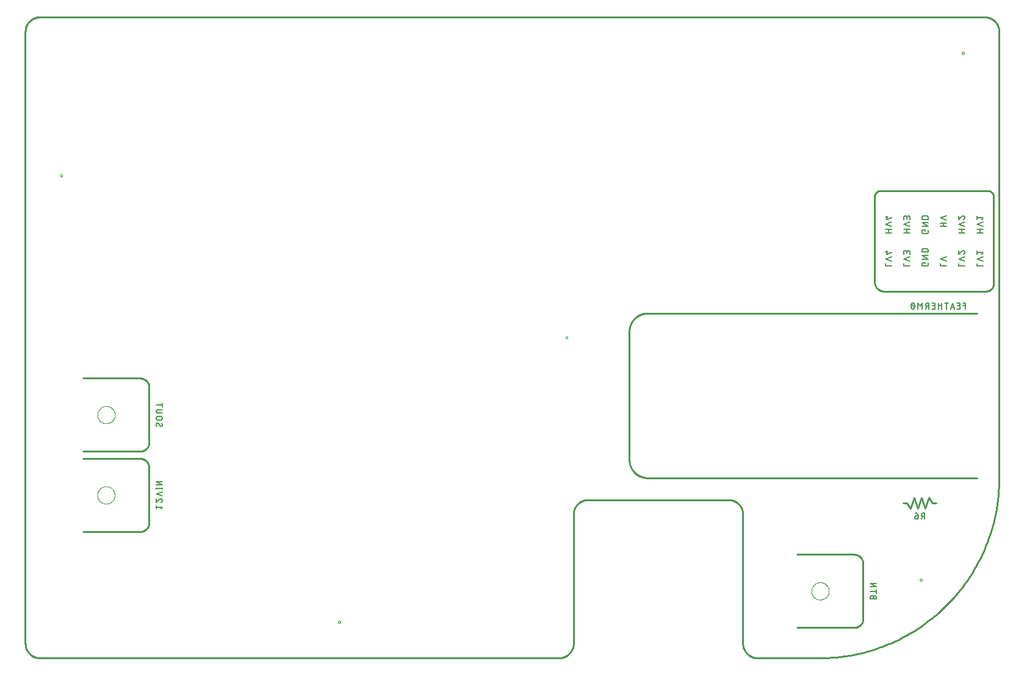
<source format=gbo>
G75*
%MOIN*%
%OFA0B0*%
%FSLAX25Y25*%
%IPPOS*%
%LPD*%
%AMOC8*
5,1,8,0,0,1.08239X$1,22.5*
%
%ADD10C,0.00000*%
%ADD11C,0.01000*%
%ADD12C,0.00700*%
%ADD13C,0.00500*%
D10*
X0040890Y0090550D02*
X0040892Y0090687D01*
X0040898Y0090825D01*
X0040908Y0090962D01*
X0040922Y0091098D01*
X0040940Y0091234D01*
X0040961Y0091370D01*
X0040987Y0091505D01*
X0041017Y0091639D01*
X0041050Y0091772D01*
X0041087Y0091905D01*
X0041129Y0092036D01*
X0041173Y0092165D01*
X0041222Y0092294D01*
X0041274Y0092421D01*
X0041330Y0092546D01*
X0041390Y0092670D01*
X0041453Y0092792D01*
X0041520Y0092912D01*
X0041590Y0093030D01*
X0041663Y0093146D01*
X0041740Y0093260D01*
X0041820Y0093372D01*
X0041904Y0093481D01*
X0041990Y0093588D01*
X0042080Y0093692D01*
X0042172Y0093793D01*
X0042267Y0093892D01*
X0042366Y0093988D01*
X0042466Y0094082D01*
X0042570Y0094172D01*
X0042676Y0094259D01*
X0042785Y0094343D01*
X0042896Y0094424D01*
X0043009Y0094502D01*
X0043125Y0094576D01*
X0043242Y0094647D01*
X0043362Y0094714D01*
X0043483Y0094778D01*
X0043607Y0094839D01*
X0043732Y0094896D01*
X0043858Y0094949D01*
X0043986Y0094999D01*
X0044116Y0095045D01*
X0044247Y0095087D01*
X0044379Y0095125D01*
X0044512Y0095159D01*
X0044645Y0095190D01*
X0044780Y0095217D01*
X0044916Y0095239D01*
X0045052Y0095258D01*
X0045188Y0095273D01*
X0045325Y0095284D01*
X0045462Y0095291D01*
X0045600Y0095294D01*
X0045737Y0095293D01*
X0045874Y0095288D01*
X0046011Y0095279D01*
X0046148Y0095266D01*
X0046284Y0095249D01*
X0046420Y0095228D01*
X0046555Y0095204D01*
X0046690Y0095175D01*
X0046823Y0095143D01*
X0046956Y0095106D01*
X0047087Y0095066D01*
X0047217Y0095022D01*
X0047346Y0094974D01*
X0047473Y0094923D01*
X0047599Y0094868D01*
X0047723Y0094809D01*
X0047846Y0094747D01*
X0047966Y0094681D01*
X0048085Y0094612D01*
X0048201Y0094539D01*
X0048316Y0094463D01*
X0048428Y0094384D01*
X0048538Y0094301D01*
X0048645Y0094216D01*
X0048750Y0094127D01*
X0048852Y0094035D01*
X0048952Y0093941D01*
X0049049Y0093843D01*
X0049143Y0093743D01*
X0049234Y0093640D01*
X0049322Y0093535D01*
X0049406Y0093427D01*
X0049488Y0093316D01*
X0049567Y0093203D01*
X0049642Y0093088D01*
X0049714Y0092971D01*
X0049782Y0092852D01*
X0049847Y0092731D01*
X0049908Y0092608D01*
X0049966Y0092484D01*
X0050020Y0092358D01*
X0050071Y0092230D01*
X0050117Y0092101D01*
X0050160Y0091970D01*
X0050200Y0091839D01*
X0050235Y0091706D01*
X0050267Y0091572D01*
X0050294Y0091438D01*
X0050318Y0091302D01*
X0050338Y0091166D01*
X0050354Y0091030D01*
X0050366Y0090893D01*
X0050374Y0090756D01*
X0050378Y0090619D01*
X0050378Y0090481D01*
X0050374Y0090344D01*
X0050366Y0090207D01*
X0050354Y0090070D01*
X0050338Y0089934D01*
X0050318Y0089798D01*
X0050294Y0089662D01*
X0050267Y0089528D01*
X0050235Y0089394D01*
X0050200Y0089261D01*
X0050160Y0089130D01*
X0050117Y0088999D01*
X0050071Y0088870D01*
X0050020Y0088742D01*
X0049966Y0088616D01*
X0049908Y0088492D01*
X0049847Y0088369D01*
X0049782Y0088248D01*
X0049714Y0088129D01*
X0049642Y0088012D01*
X0049567Y0087897D01*
X0049488Y0087784D01*
X0049406Y0087673D01*
X0049322Y0087565D01*
X0049234Y0087460D01*
X0049143Y0087357D01*
X0049049Y0087257D01*
X0048952Y0087159D01*
X0048852Y0087065D01*
X0048750Y0086973D01*
X0048645Y0086884D01*
X0048538Y0086799D01*
X0048428Y0086716D01*
X0048316Y0086637D01*
X0048201Y0086561D01*
X0048085Y0086488D01*
X0047966Y0086419D01*
X0047846Y0086353D01*
X0047723Y0086291D01*
X0047599Y0086232D01*
X0047473Y0086177D01*
X0047346Y0086126D01*
X0047217Y0086078D01*
X0047087Y0086034D01*
X0046956Y0085994D01*
X0046823Y0085957D01*
X0046690Y0085925D01*
X0046555Y0085896D01*
X0046420Y0085872D01*
X0046284Y0085851D01*
X0046148Y0085834D01*
X0046011Y0085821D01*
X0045874Y0085812D01*
X0045737Y0085807D01*
X0045600Y0085806D01*
X0045462Y0085809D01*
X0045325Y0085816D01*
X0045188Y0085827D01*
X0045052Y0085842D01*
X0044916Y0085861D01*
X0044780Y0085883D01*
X0044645Y0085910D01*
X0044512Y0085941D01*
X0044379Y0085975D01*
X0044247Y0086013D01*
X0044116Y0086055D01*
X0043986Y0086101D01*
X0043858Y0086151D01*
X0043732Y0086204D01*
X0043607Y0086261D01*
X0043483Y0086322D01*
X0043362Y0086386D01*
X0043242Y0086453D01*
X0043125Y0086524D01*
X0043009Y0086598D01*
X0042896Y0086676D01*
X0042785Y0086757D01*
X0042676Y0086841D01*
X0042570Y0086928D01*
X0042466Y0087018D01*
X0042366Y0087112D01*
X0042267Y0087208D01*
X0042172Y0087307D01*
X0042080Y0087408D01*
X0041990Y0087512D01*
X0041904Y0087619D01*
X0041820Y0087728D01*
X0041740Y0087840D01*
X0041663Y0087954D01*
X0041590Y0088070D01*
X0041520Y0088188D01*
X0041453Y0088308D01*
X0041390Y0088430D01*
X0041330Y0088554D01*
X0041274Y0088679D01*
X0041222Y0088806D01*
X0041173Y0088935D01*
X0041129Y0089064D01*
X0041087Y0089195D01*
X0041050Y0089328D01*
X0041017Y0089461D01*
X0040987Y0089595D01*
X0040961Y0089730D01*
X0040940Y0089866D01*
X0040922Y0090002D01*
X0040908Y0090138D01*
X0040898Y0090275D01*
X0040892Y0090413D01*
X0040890Y0090550D01*
X0040914Y0134457D02*
X0040916Y0134594D01*
X0040922Y0134732D01*
X0040932Y0134869D01*
X0040946Y0135005D01*
X0040964Y0135141D01*
X0040985Y0135277D01*
X0041011Y0135412D01*
X0041041Y0135546D01*
X0041074Y0135679D01*
X0041111Y0135812D01*
X0041153Y0135943D01*
X0041197Y0136072D01*
X0041246Y0136201D01*
X0041298Y0136328D01*
X0041354Y0136453D01*
X0041414Y0136577D01*
X0041477Y0136699D01*
X0041544Y0136819D01*
X0041614Y0136937D01*
X0041687Y0137053D01*
X0041764Y0137167D01*
X0041844Y0137279D01*
X0041928Y0137388D01*
X0042014Y0137495D01*
X0042104Y0137599D01*
X0042196Y0137700D01*
X0042291Y0137799D01*
X0042390Y0137895D01*
X0042490Y0137989D01*
X0042594Y0138079D01*
X0042700Y0138166D01*
X0042809Y0138250D01*
X0042920Y0138331D01*
X0043033Y0138409D01*
X0043149Y0138483D01*
X0043266Y0138554D01*
X0043386Y0138621D01*
X0043507Y0138685D01*
X0043631Y0138746D01*
X0043756Y0138803D01*
X0043882Y0138856D01*
X0044010Y0138906D01*
X0044140Y0138952D01*
X0044271Y0138994D01*
X0044403Y0139032D01*
X0044536Y0139066D01*
X0044669Y0139097D01*
X0044804Y0139124D01*
X0044940Y0139146D01*
X0045076Y0139165D01*
X0045212Y0139180D01*
X0045349Y0139191D01*
X0045486Y0139198D01*
X0045624Y0139201D01*
X0045761Y0139200D01*
X0045898Y0139195D01*
X0046035Y0139186D01*
X0046172Y0139173D01*
X0046308Y0139156D01*
X0046444Y0139135D01*
X0046579Y0139111D01*
X0046714Y0139082D01*
X0046847Y0139050D01*
X0046980Y0139013D01*
X0047111Y0138973D01*
X0047241Y0138929D01*
X0047370Y0138881D01*
X0047497Y0138830D01*
X0047623Y0138775D01*
X0047747Y0138716D01*
X0047870Y0138654D01*
X0047990Y0138588D01*
X0048109Y0138519D01*
X0048225Y0138446D01*
X0048340Y0138370D01*
X0048452Y0138291D01*
X0048562Y0138208D01*
X0048669Y0138123D01*
X0048774Y0138034D01*
X0048876Y0137942D01*
X0048976Y0137848D01*
X0049073Y0137750D01*
X0049167Y0137650D01*
X0049258Y0137547D01*
X0049346Y0137442D01*
X0049430Y0137334D01*
X0049512Y0137223D01*
X0049591Y0137110D01*
X0049666Y0136995D01*
X0049738Y0136878D01*
X0049806Y0136759D01*
X0049871Y0136638D01*
X0049932Y0136515D01*
X0049990Y0136391D01*
X0050044Y0136265D01*
X0050095Y0136137D01*
X0050141Y0136008D01*
X0050184Y0135877D01*
X0050224Y0135746D01*
X0050259Y0135613D01*
X0050291Y0135479D01*
X0050318Y0135345D01*
X0050342Y0135209D01*
X0050362Y0135073D01*
X0050378Y0134937D01*
X0050390Y0134800D01*
X0050398Y0134663D01*
X0050402Y0134526D01*
X0050402Y0134388D01*
X0050398Y0134251D01*
X0050390Y0134114D01*
X0050378Y0133977D01*
X0050362Y0133841D01*
X0050342Y0133705D01*
X0050318Y0133569D01*
X0050291Y0133435D01*
X0050259Y0133301D01*
X0050224Y0133168D01*
X0050184Y0133037D01*
X0050141Y0132906D01*
X0050095Y0132777D01*
X0050044Y0132649D01*
X0049990Y0132523D01*
X0049932Y0132399D01*
X0049871Y0132276D01*
X0049806Y0132155D01*
X0049738Y0132036D01*
X0049666Y0131919D01*
X0049591Y0131804D01*
X0049512Y0131691D01*
X0049430Y0131580D01*
X0049346Y0131472D01*
X0049258Y0131367D01*
X0049167Y0131264D01*
X0049073Y0131164D01*
X0048976Y0131066D01*
X0048876Y0130972D01*
X0048774Y0130880D01*
X0048669Y0130791D01*
X0048562Y0130706D01*
X0048452Y0130623D01*
X0048340Y0130544D01*
X0048225Y0130468D01*
X0048109Y0130395D01*
X0047990Y0130326D01*
X0047870Y0130260D01*
X0047747Y0130198D01*
X0047623Y0130139D01*
X0047497Y0130084D01*
X0047370Y0130033D01*
X0047241Y0129985D01*
X0047111Y0129941D01*
X0046980Y0129901D01*
X0046847Y0129864D01*
X0046714Y0129832D01*
X0046579Y0129803D01*
X0046444Y0129779D01*
X0046308Y0129758D01*
X0046172Y0129741D01*
X0046035Y0129728D01*
X0045898Y0129719D01*
X0045761Y0129714D01*
X0045624Y0129713D01*
X0045486Y0129716D01*
X0045349Y0129723D01*
X0045212Y0129734D01*
X0045076Y0129749D01*
X0044940Y0129768D01*
X0044804Y0129790D01*
X0044669Y0129817D01*
X0044536Y0129848D01*
X0044403Y0129882D01*
X0044271Y0129920D01*
X0044140Y0129962D01*
X0044010Y0130008D01*
X0043882Y0130058D01*
X0043756Y0130111D01*
X0043631Y0130168D01*
X0043507Y0130229D01*
X0043386Y0130293D01*
X0043266Y0130360D01*
X0043149Y0130431D01*
X0043033Y0130505D01*
X0042920Y0130583D01*
X0042809Y0130664D01*
X0042700Y0130748D01*
X0042594Y0130835D01*
X0042490Y0130925D01*
X0042390Y0131019D01*
X0042291Y0131115D01*
X0042196Y0131214D01*
X0042104Y0131315D01*
X0042014Y0131419D01*
X0041928Y0131526D01*
X0041844Y0131635D01*
X0041764Y0131747D01*
X0041687Y0131861D01*
X0041614Y0131977D01*
X0041544Y0132095D01*
X0041477Y0132215D01*
X0041414Y0132337D01*
X0041354Y0132461D01*
X0041298Y0132586D01*
X0041246Y0132713D01*
X0041197Y0132842D01*
X0041153Y0132971D01*
X0041111Y0133102D01*
X0041074Y0133235D01*
X0041041Y0133368D01*
X0041011Y0133502D01*
X0040985Y0133637D01*
X0040964Y0133773D01*
X0040946Y0133909D01*
X0040932Y0134045D01*
X0040922Y0134182D01*
X0040916Y0134320D01*
X0040914Y0134457D01*
X0172424Y0021185D02*
X0172426Y0021234D01*
X0172432Y0021282D01*
X0172442Y0021330D01*
X0172456Y0021377D01*
X0172473Y0021423D01*
X0172494Y0021467D01*
X0172519Y0021509D01*
X0172547Y0021549D01*
X0172579Y0021587D01*
X0172613Y0021622D01*
X0172650Y0021654D01*
X0172689Y0021683D01*
X0172731Y0021709D01*
X0172775Y0021731D01*
X0172820Y0021749D01*
X0172867Y0021764D01*
X0172914Y0021775D01*
X0172963Y0021782D01*
X0173012Y0021785D01*
X0173061Y0021784D01*
X0173109Y0021779D01*
X0173158Y0021770D01*
X0173205Y0021757D01*
X0173251Y0021740D01*
X0173295Y0021720D01*
X0173338Y0021696D01*
X0173379Y0021669D01*
X0173417Y0021638D01*
X0173453Y0021605D01*
X0173485Y0021569D01*
X0173515Y0021530D01*
X0173542Y0021489D01*
X0173565Y0021445D01*
X0173584Y0021400D01*
X0173600Y0021354D01*
X0173612Y0021307D01*
X0173620Y0021258D01*
X0173624Y0021209D01*
X0173624Y0021161D01*
X0173620Y0021112D01*
X0173612Y0021063D01*
X0173600Y0021016D01*
X0173584Y0020970D01*
X0173565Y0020925D01*
X0173542Y0020881D01*
X0173515Y0020840D01*
X0173485Y0020801D01*
X0173453Y0020765D01*
X0173417Y0020732D01*
X0173379Y0020701D01*
X0173338Y0020674D01*
X0173295Y0020650D01*
X0173251Y0020630D01*
X0173205Y0020613D01*
X0173158Y0020600D01*
X0173109Y0020591D01*
X0173061Y0020586D01*
X0173012Y0020585D01*
X0172963Y0020588D01*
X0172914Y0020595D01*
X0172867Y0020606D01*
X0172820Y0020621D01*
X0172775Y0020639D01*
X0172731Y0020661D01*
X0172689Y0020687D01*
X0172650Y0020716D01*
X0172613Y0020748D01*
X0172579Y0020783D01*
X0172547Y0020821D01*
X0172519Y0020861D01*
X0172494Y0020903D01*
X0172473Y0020947D01*
X0172456Y0020993D01*
X0172442Y0021040D01*
X0172432Y0021088D01*
X0172426Y0021136D01*
X0172424Y0021185D01*
X0296577Y0176697D02*
X0296579Y0176746D01*
X0296585Y0176794D01*
X0296595Y0176842D01*
X0296609Y0176889D01*
X0296626Y0176935D01*
X0296647Y0176979D01*
X0296672Y0177021D01*
X0296700Y0177061D01*
X0296732Y0177099D01*
X0296766Y0177134D01*
X0296803Y0177166D01*
X0296842Y0177195D01*
X0296884Y0177221D01*
X0296928Y0177243D01*
X0296973Y0177261D01*
X0297020Y0177276D01*
X0297067Y0177287D01*
X0297116Y0177294D01*
X0297165Y0177297D01*
X0297214Y0177296D01*
X0297262Y0177291D01*
X0297311Y0177282D01*
X0297358Y0177269D01*
X0297404Y0177252D01*
X0297448Y0177232D01*
X0297491Y0177208D01*
X0297532Y0177181D01*
X0297570Y0177150D01*
X0297606Y0177117D01*
X0297638Y0177081D01*
X0297668Y0177042D01*
X0297695Y0177001D01*
X0297718Y0176957D01*
X0297737Y0176912D01*
X0297753Y0176866D01*
X0297765Y0176819D01*
X0297773Y0176770D01*
X0297777Y0176721D01*
X0297777Y0176673D01*
X0297773Y0176624D01*
X0297765Y0176575D01*
X0297753Y0176528D01*
X0297737Y0176482D01*
X0297718Y0176437D01*
X0297695Y0176393D01*
X0297668Y0176352D01*
X0297638Y0176313D01*
X0297606Y0176277D01*
X0297570Y0176244D01*
X0297532Y0176213D01*
X0297491Y0176186D01*
X0297448Y0176162D01*
X0297404Y0176142D01*
X0297358Y0176125D01*
X0297311Y0176112D01*
X0297262Y0176103D01*
X0297214Y0176098D01*
X0297165Y0176097D01*
X0297116Y0176100D01*
X0297067Y0176107D01*
X0297020Y0176118D01*
X0296973Y0176133D01*
X0296928Y0176151D01*
X0296884Y0176173D01*
X0296842Y0176199D01*
X0296803Y0176228D01*
X0296766Y0176260D01*
X0296732Y0176295D01*
X0296700Y0176333D01*
X0296672Y0176373D01*
X0296647Y0176415D01*
X0296626Y0176459D01*
X0296609Y0176505D01*
X0296595Y0176552D01*
X0296585Y0176600D01*
X0296579Y0176648D01*
X0296577Y0176697D01*
X0490050Y0044248D02*
X0490052Y0044297D01*
X0490058Y0044345D01*
X0490068Y0044393D01*
X0490082Y0044440D01*
X0490099Y0044486D01*
X0490120Y0044530D01*
X0490145Y0044572D01*
X0490173Y0044612D01*
X0490205Y0044650D01*
X0490239Y0044685D01*
X0490276Y0044717D01*
X0490315Y0044746D01*
X0490357Y0044772D01*
X0490401Y0044794D01*
X0490446Y0044812D01*
X0490493Y0044827D01*
X0490540Y0044838D01*
X0490589Y0044845D01*
X0490638Y0044848D01*
X0490687Y0044847D01*
X0490735Y0044842D01*
X0490784Y0044833D01*
X0490831Y0044820D01*
X0490877Y0044803D01*
X0490921Y0044783D01*
X0490964Y0044759D01*
X0491005Y0044732D01*
X0491043Y0044701D01*
X0491079Y0044668D01*
X0491111Y0044632D01*
X0491141Y0044593D01*
X0491168Y0044552D01*
X0491191Y0044508D01*
X0491210Y0044463D01*
X0491226Y0044417D01*
X0491238Y0044370D01*
X0491246Y0044321D01*
X0491250Y0044272D01*
X0491250Y0044224D01*
X0491246Y0044175D01*
X0491238Y0044126D01*
X0491226Y0044079D01*
X0491210Y0044033D01*
X0491191Y0043988D01*
X0491168Y0043944D01*
X0491141Y0043903D01*
X0491111Y0043864D01*
X0491079Y0043828D01*
X0491043Y0043795D01*
X0491005Y0043764D01*
X0490964Y0043737D01*
X0490921Y0043713D01*
X0490877Y0043693D01*
X0490831Y0043676D01*
X0490784Y0043663D01*
X0490735Y0043654D01*
X0490687Y0043649D01*
X0490638Y0043648D01*
X0490589Y0043651D01*
X0490540Y0043658D01*
X0490493Y0043669D01*
X0490446Y0043684D01*
X0490401Y0043702D01*
X0490357Y0043724D01*
X0490315Y0043750D01*
X0490276Y0043779D01*
X0490239Y0043811D01*
X0490205Y0043846D01*
X0490173Y0043884D01*
X0490145Y0043924D01*
X0490120Y0043966D01*
X0490099Y0044010D01*
X0490082Y0044056D01*
X0490068Y0044103D01*
X0490058Y0044151D01*
X0490052Y0044199D01*
X0490050Y0044248D01*
X0430906Y0038102D02*
X0430908Y0038239D01*
X0430914Y0038377D01*
X0430924Y0038514D01*
X0430938Y0038650D01*
X0430956Y0038786D01*
X0430977Y0038922D01*
X0431003Y0039057D01*
X0431033Y0039191D01*
X0431066Y0039324D01*
X0431103Y0039457D01*
X0431145Y0039588D01*
X0431189Y0039717D01*
X0431238Y0039846D01*
X0431290Y0039973D01*
X0431346Y0040098D01*
X0431406Y0040222D01*
X0431469Y0040344D01*
X0431536Y0040464D01*
X0431606Y0040582D01*
X0431679Y0040698D01*
X0431756Y0040812D01*
X0431836Y0040924D01*
X0431920Y0041033D01*
X0432006Y0041140D01*
X0432096Y0041244D01*
X0432188Y0041345D01*
X0432283Y0041444D01*
X0432382Y0041540D01*
X0432482Y0041634D01*
X0432586Y0041724D01*
X0432692Y0041811D01*
X0432801Y0041895D01*
X0432912Y0041976D01*
X0433025Y0042054D01*
X0433141Y0042128D01*
X0433258Y0042199D01*
X0433378Y0042266D01*
X0433499Y0042330D01*
X0433623Y0042391D01*
X0433748Y0042448D01*
X0433874Y0042501D01*
X0434002Y0042551D01*
X0434132Y0042597D01*
X0434263Y0042639D01*
X0434395Y0042677D01*
X0434528Y0042711D01*
X0434661Y0042742D01*
X0434796Y0042769D01*
X0434932Y0042791D01*
X0435068Y0042810D01*
X0435204Y0042825D01*
X0435341Y0042836D01*
X0435478Y0042843D01*
X0435616Y0042846D01*
X0435753Y0042845D01*
X0435890Y0042840D01*
X0436027Y0042831D01*
X0436164Y0042818D01*
X0436300Y0042801D01*
X0436436Y0042780D01*
X0436571Y0042756D01*
X0436706Y0042727D01*
X0436839Y0042695D01*
X0436972Y0042658D01*
X0437103Y0042618D01*
X0437233Y0042574D01*
X0437362Y0042526D01*
X0437489Y0042475D01*
X0437615Y0042420D01*
X0437739Y0042361D01*
X0437862Y0042299D01*
X0437982Y0042233D01*
X0438101Y0042164D01*
X0438217Y0042091D01*
X0438332Y0042015D01*
X0438444Y0041936D01*
X0438554Y0041853D01*
X0438661Y0041768D01*
X0438766Y0041679D01*
X0438868Y0041587D01*
X0438968Y0041493D01*
X0439065Y0041395D01*
X0439159Y0041295D01*
X0439250Y0041192D01*
X0439338Y0041087D01*
X0439422Y0040979D01*
X0439504Y0040868D01*
X0439583Y0040755D01*
X0439658Y0040640D01*
X0439730Y0040523D01*
X0439798Y0040404D01*
X0439863Y0040283D01*
X0439924Y0040160D01*
X0439982Y0040036D01*
X0440036Y0039910D01*
X0440087Y0039782D01*
X0440133Y0039653D01*
X0440176Y0039522D01*
X0440216Y0039391D01*
X0440251Y0039258D01*
X0440283Y0039124D01*
X0440310Y0038990D01*
X0440334Y0038854D01*
X0440354Y0038718D01*
X0440370Y0038582D01*
X0440382Y0038445D01*
X0440390Y0038308D01*
X0440394Y0038171D01*
X0440394Y0038033D01*
X0440390Y0037896D01*
X0440382Y0037759D01*
X0440370Y0037622D01*
X0440354Y0037486D01*
X0440334Y0037350D01*
X0440310Y0037214D01*
X0440283Y0037080D01*
X0440251Y0036946D01*
X0440216Y0036813D01*
X0440176Y0036682D01*
X0440133Y0036551D01*
X0440087Y0036422D01*
X0440036Y0036294D01*
X0439982Y0036168D01*
X0439924Y0036044D01*
X0439863Y0035921D01*
X0439798Y0035800D01*
X0439730Y0035681D01*
X0439658Y0035564D01*
X0439583Y0035449D01*
X0439504Y0035336D01*
X0439422Y0035225D01*
X0439338Y0035117D01*
X0439250Y0035012D01*
X0439159Y0034909D01*
X0439065Y0034809D01*
X0438968Y0034711D01*
X0438868Y0034617D01*
X0438766Y0034525D01*
X0438661Y0034436D01*
X0438554Y0034351D01*
X0438444Y0034268D01*
X0438332Y0034189D01*
X0438217Y0034113D01*
X0438101Y0034040D01*
X0437982Y0033971D01*
X0437862Y0033905D01*
X0437739Y0033843D01*
X0437615Y0033784D01*
X0437489Y0033729D01*
X0437362Y0033678D01*
X0437233Y0033630D01*
X0437103Y0033586D01*
X0436972Y0033546D01*
X0436839Y0033509D01*
X0436706Y0033477D01*
X0436571Y0033448D01*
X0436436Y0033424D01*
X0436300Y0033403D01*
X0436164Y0033386D01*
X0436027Y0033373D01*
X0435890Y0033364D01*
X0435753Y0033359D01*
X0435616Y0033358D01*
X0435478Y0033361D01*
X0435341Y0033368D01*
X0435204Y0033379D01*
X0435068Y0033394D01*
X0434932Y0033413D01*
X0434796Y0033435D01*
X0434661Y0033462D01*
X0434528Y0033493D01*
X0434395Y0033527D01*
X0434263Y0033565D01*
X0434132Y0033607D01*
X0434002Y0033653D01*
X0433874Y0033703D01*
X0433748Y0033756D01*
X0433623Y0033813D01*
X0433499Y0033874D01*
X0433378Y0033938D01*
X0433258Y0034005D01*
X0433141Y0034076D01*
X0433025Y0034150D01*
X0432912Y0034228D01*
X0432801Y0034309D01*
X0432692Y0034393D01*
X0432586Y0034480D01*
X0432482Y0034570D01*
X0432382Y0034664D01*
X0432283Y0034760D01*
X0432188Y0034859D01*
X0432096Y0034960D01*
X0432006Y0035064D01*
X0431920Y0035171D01*
X0431836Y0035280D01*
X0431756Y0035392D01*
X0431679Y0035506D01*
X0431606Y0035622D01*
X0431536Y0035740D01*
X0431469Y0035860D01*
X0431406Y0035982D01*
X0431346Y0036106D01*
X0431290Y0036231D01*
X0431238Y0036358D01*
X0431189Y0036487D01*
X0431145Y0036616D01*
X0431103Y0036747D01*
X0431066Y0036880D01*
X0431033Y0037013D01*
X0431003Y0037147D01*
X0430977Y0037282D01*
X0430956Y0037418D01*
X0430938Y0037554D01*
X0430924Y0037690D01*
X0430914Y0037827D01*
X0430908Y0037965D01*
X0430906Y0038102D01*
X0020585Y0265280D02*
X0020587Y0265329D01*
X0020593Y0265377D01*
X0020603Y0265425D01*
X0020617Y0265472D01*
X0020634Y0265518D01*
X0020655Y0265562D01*
X0020680Y0265604D01*
X0020708Y0265644D01*
X0020740Y0265682D01*
X0020774Y0265717D01*
X0020811Y0265749D01*
X0020850Y0265778D01*
X0020892Y0265804D01*
X0020936Y0265826D01*
X0020981Y0265844D01*
X0021028Y0265859D01*
X0021075Y0265870D01*
X0021124Y0265877D01*
X0021173Y0265880D01*
X0021222Y0265879D01*
X0021270Y0265874D01*
X0021319Y0265865D01*
X0021366Y0265852D01*
X0021412Y0265835D01*
X0021456Y0265815D01*
X0021499Y0265791D01*
X0021540Y0265764D01*
X0021578Y0265733D01*
X0021614Y0265700D01*
X0021646Y0265664D01*
X0021676Y0265625D01*
X0021703Y0265584D01*
X0021726Y0265540D01*
X0021745Y0265495D01*
X0021761Y0265449D01*
X0021773Y0265402D01*
X0021781Y0265353D01*
X0021785Y0265304D01*
X0021785Y0265256D01*
X0021781Y0265207D01*
X0021773Y0265158D01*
X0021761Y0265111D01*
X0021745Y0265065D01*
X0021726Y0265020D01*
X0021703Y0264976D01*
X0021676Y0264935D01*
X0021646Y0264896D01*
X0021614Y0264860D01*
X0021578Y0264827D01*
X0021540Y0264796D01*
X0021499Y0264769D01*
X0021456Y0264745D01*
X0021412Y0264725D01*
X0021366Y0264708D01*
X0021319Y0264695D01*
X0021270Y0264686D01*
X0021222Y0264681D01*
X0021173Y0264680D01*
X0021124Y0264683D01*
X0021075Y0264690D01*
X0021028Y0264701D01*
X0020981Y0264716D01*
X0020936Y0264734D01*
X0020892Y0264756D01*
X0020850Y0264782D01*
X0020811Y0264811D01*
X0020774Y0264843D01*
X0020740Y0264878D01*
X0020708Y0264916D01*
X0020680Y0264956D01*
X0020655Y0264998D01*
X0020634Y0265042D01*
X0020617Y0265088D01*
X0020603Y0265135D01*
X0020593Y0265183D01*
X0020587Y0265231D01*
X0020585Y0265280D01*
X0513113Y0332209D02*
X0513115Y0332258D01*
X0513121Y0332306D01*
X0513131Y0332354D01*
X0513145Y0332401D01*
X0513162Y0332447D01*
X0513183Y0332491D01*
X0513208Y0332533D01*
X0513236Y0332573D01*
X0513268Y0332611D01*
X0513302Y0332646D01*
X0513339Y0332678D01*
X0513378Y0332707D01*
X0513420Y0332733D01*
X0513464Y0332755D01*
X0513509Y0332773D01*
X0513556Y0332788D01*
X0513603Y0332799D01*
X0513652Y0332806D01*
X0513701Y0332809D01*
X0513750Y0332808D01*
X0513798Y0332803D01*
X0513847Y0332794D01*
X0513894Y0332781D01*
X0513940Y0332764D01*
X0513984Y0332744D01*
X0514027Y0332720D01*
X0514068Y0332693D01*
X0514106Y0332662D01*
X0514142Y0332629D01*
X0514174Y0332593D01*
X0514204Y0332554D01*
X0514231Y0332513D01*
X0514254Y0332469D01*
X0514273Y0332424D01*
X0514289Y0332378D01*
X0514301Y0332331D01*
X0514309Y0332282D01*
X0514313Y0332233D01*
X0514313Y0332185D01*
X0514309Y0332136D01*
X0514301Y0332087D01*
X0514289Y0332040D01*
X0514273Y0331994D01*
X0514254Y0331949D01*
X0514231Y0331905D01*
X0514204Y0331864D01*
X0514174Y0331825D01*
X0514142Y0331789D01*
X0514106Y0331756D01*
X0514068Y0331725D01*
X0514027Y0331698D01*
X0513984Y0331674D01*
X0513940Y0331654D01*
X0513894Y0331637D01*
X0513847Y0331624D01*
X0513798Y0331615D01*
X0513750Y0331610D01*
X0513701Y0331609D01*
X0513652Y0331612D01*
X0513603Y0331619D01*
X0513556Y0331630D01*
X0513509Y0331645D01*
X0513464Y0331663D01*
X0513420Y0331685D01*
X0513378Y0331711D01*
X0513339Y0331740D01*
X0513302Y0331772D01*
X0513268Y0331807D01*
X0513236Y0331845D01*
X0513208Y0331885D01*
X0513183Y0331927D01*
X0513162Y0331971D01*
X0513145Y0332017D01*
X0513131Y0332064D01*
X0513121Y0332112D01*
X0513115Y0332160D01*
X0513113Y0332209D01*
D11*
X0292917Y0001500D02*
X0009500Y0001500D01*
X0009307Y0001502D01*
X0009113Y0001509D01*
X0008921Y0001521D01*
X0008728Y0001537D01*
X0008536Y0001558D01*
X0008344Y0001584D01*
X0008153Y0001614D01*
X0007963Y0001649D01*
X0007774Y0001688D01*
X0007585Y0001732D01*
X0007398Y0001781D01*
X0007212Y0001834D01*
X0007028Y0001892D01*
X0006845Y0001954D01*
X0006663Y0002020D01*
X0006483Y0002091D01*
X0006305Y0002166D01*
X0006129Y0002245D01*
X0005954Y0002329D01*
X0005782Y0002416D01*
X0005612Y0002508D01*
X0005444Y0002604D01*
X0005279Y0002704D01*
X0005116Y0002808D01*
X0004955Y0002916D01*
X0004798Y0003028D01*
X0004643Y0003143D01*
X0004491Y0003263D01*
X0004341Y0003385D01*
X0004195Y0003512D01*
X0004052Y0003642D01*
X0003912Y0003775D01*
X0003775Y0003912D01*
X0003642Y0004052D01*
X0003512Y0004195D01*
X0003385Y0004341D01*
X0003263Y0004491D01*
X0003143Y0004643D01*
X0003028Y0004798D01*
X0002916Y0004955D01*
X0002808Y0005116D01*
X0002704Y0005279D01*
X0002604Y0005444D01*
X0002508Y0005612D01*
X0002416Y0005782D01*
X0002329Y0005954D01*
X0002245Y0006129D01*
X0002166Y0006305D01*
X0002091Y0006483D01*
X0002020Y0006663D01*
X0001954Y0006845D01*
X0001892Y0007028D01*
X0001834Y0007212D01*
X0001781Y0007398D01*
X0001732Y0007585D01*
X0001688Y0007774D01*
X0001649Y0007963D01*
X0001614Y0008153D01*
X0001584Y0008344D01*
X0001558Y0008536D01*
X0001537Y0008728D01*
X0001521Y0008921D01*
X0001509Y0009113D01*
X0001502Y0009307D01*
X0001500Y0009500D01*
X0001500Y0343894D01*
X0001502Y0344087D01*
X0001509Y0344281D01*
X0001521Y0344473D01*
X0001537Y0344666D01*
X0001558Y0344858D01*
X0001584Y0345050D01*
X0001614Y0345241D01*
X0001649Y0345431D01*
X0001688Y0345620D01*
X0001732Y0345809D01*
X0001781Y0345996D01*
X0001834Y0346182D01*
X0001892Y0346366D01*
X0001954Y0346549D01*
X0002020Y0346731D01*
X0002091Y0346911D01*
X0002166Y0347089D01*
X0002245Y0347265D01*
X0002329Y0347440D01*
X0002416Y0347612D01*
X0002508Y0347782D01*
X0002604Y0347950D01*
X0002704Y0348115D01*
X0002808Y0348278D01*
X0002916Y0348439D01*
X0003028Y0348596D01*
X0003143Y0348751D01*
X0003263Y0348903D01*
X0003385Y0349053D01*
X0003512Y0349199D01*
X0003642Y0349342D01*
X0003775Y0349482D01*
X0003912Y0349619D01*
X0004052Y0349752D01*
X0004195Y0349882D01*
X0004341Y0350009D01*
X0004491Y0350131D01*
X0004643Y0350251D01*
X0004798Y0350366D01*
X0004955Y0350478D01*
X0005116Y0350586D01*
X0005279Y0350690D01*
X0005444Y0350790D01*
X0005612Y0350886D01*
X0005782Y0350978D01*
X0005954Y0351065D01*
X0006129Y0351149D01*
X0006305Y0351228D01*
X0006483Y0351303D01*
X0006663Y0351374D01*
X0006845Y0351440D01*
X0007028Y0351502D01*
X0007212Y0351560D01*
X0007398Y0351613D01*
X0007585Y0351662D01*
X0007774Y0351706D01*
X0007963Y0351745D01*
X0008153Y0351780D01*
X0008344Y0351810D01*
X0008536Y0351836D01*
X0008728Y0351857D01*
X0008921Y0351873D01*
X0009113Y0351885D01*
X0009307Y0351892D01*
X0009500Y0351894D01*
X0525398Y0351894D01*
X0525591Y0351892D01*
X0525785Y0351885D01*
X0525977Y0351873D01*
X0526170Y0351857D01*
X0526362Y0351836D01*
X0526554Y0351810D01*
X0526745Y0351780D01*
X0526935Y0351745D01*
X0527124Y0351706D01*
X0527313Y0351662D01*
X0527500Y0351613D01*
X0527686Y0351560D01*
X0527870Y0351502D01*
X0528053Y0351440D01*
X0528235Y0351374D01*
X0528415Y0351303D01*
X0528593Y0351228D01*
X0528769Y0351149D01*
X0528944Y0351065D01*
X0529116Y0350978D01*
X0529286Y0350886D01*
X0529454Y0350790D01*
X0529619Y0350690D01*
X0529782Y0350586D01*
X0529943Y0350478D01*
X0530100Y0350366D01*
X0530255Y0350251D01*
X0530407Y0350131D01*
X0530557Y0350009D01*
X0530703Y0349882D01*
X0530846Y0349752D01*
X0530986Y0349619D01*
X0531123Y0349482D01*
X0531256Y0349342D01*
X0531386Y0349199D01*
X0531513Y0349053D01*
X0531635Y0348903D01*
X0531755Y0348751D01*
X0531870Y0348596D01*
X0531982Y0348439D01*
X0532090Y0348278D01*
X0532194Y0348115D01*
X0532294Y0347950D01*
X0532390Y0347782D01*
X0532482Y0347612D01*
X0532569Y0347440D01*
X0532653Y0347265D01*
X0532732Y0347089D01*
X0532807Y0346911D01*
X0532878Y0346731D01*
X0532944Y0346549D01*
X0533006Y0346366D01*
X0533064Y0346182D01*
X0533117Y0345996D01*
X0533166Y0345809D01*
X0533210Y0345620D01*
X0533249Y0345431D01*
X0533284Y0345241D01*
X0533314Y0345050D01*
X0533340Y0344858D01*
X0533361Y0344666D01*
X0533377Y0344473D01*
X0533389Y0344281D01*
X0533396Y0344087D01*
X0533398Y0343894D01*
X0533398Y0099925D01*
X0521392Y0099981D02*
X0341392Y0099981D01*
X0341150Y0099984D01*
X0340909Y0099993D01*
X0340668Y0100007D01*
X0340427Y0100028D01*
X0340187Y0100054D01*
X0339947Y0100086D01*
X0339708Y0100124D01*
X0339471Y0100167D01*
X0339234Y0100217D01*
X0338999Y0100272D01*
X0338765Y0100332D01*
X0338533Y0100399D01*
X0338302Y0100470D01*
X0338073Y0100548D01*
X0337846Y0100631D01*
X0337621Y0100719D01*
X0337398Y0100813D01*
X0337178Y0100912D01*
X0336960Y0101017D01*
X0336745Y0101126D01*
X0336532Y0101241D01*
X0336322Y0101361D01*
X0336116Y0101486D01*
X0335912Y0101616D01*
X0335711Y0101751D01*
X0335514Y0101891D01*
X0335320Y0102035D01*
X0335130Y0102184D01*
X0334944Y0102338D01*
X0334761Y0102496D01*
X0334582Y0102658D01*
X0334407Y0102825D01*
X0334236Y0102996D01*
X0334069Y0103171D01*
X0333907Y0103350D01*
X0333749Y0103533D01*
X0333595Y0103719D01*
X0333446Y0103909D01*
X0333302Y0104103D01*
X0333162Y0104300D01*
X0333027Y0104501D01*
X0332897Y0104705D01*
X0332772Y0104911D01*
X0332652Y0105121D01*
X0332537Y0105334D01*
X0332428Y0105549D01*
X0332323Y0105767D01*
X0332224Y0105987D01*
X0332130Y0106210D01*
X0332042Y0106435D01*
X0331959Y0106662D01*
X0331881Y0106891D01*
X0331810Y0107122D01*
X0331743Y0107354D01*
X0331683Y0107588D01*
X0331628Y0107823D01*
X0331578Y0108060D01*
X0331535Y0108297D01*
X0331497Y0108536D01*
X0331465Y0108776D01*
X0331439Y0109016D01*
X0331418Y0109257D01*
X0331404Y0109498D01*
X0331395Y0109739D01*
X0331392Y0109981D01*
X0331392Y0179981D01*
X0331395Y0180223D01*
X0331404Y0180464D01*
X0331418Y0180705D01*
X0331439Y0180946D01*
X0331465Y0181186D01*
X0331497Y0181426D01*
X0331535Y0181665D01*
X0331578Y0181902D01*
X0331628Y0182139D01*
X0331683Y0182374D01*
X0331743Y0182608D01*
X0331810Y0182840D01*
X0331881Y0183071D01*
X0331959Y0183300D01*
X0332042Y0183527D01*
X0332130Y0183752D01*
X0332224Y0183975D01*
X0332323Y0184195D01*
X0332428Y0184413D01*
X0332537Y0184628D01*
X0332652Y0184841D01*
X0332772Y0185051D01*
X0332897Y0185257D01*
X0333027Y0185461D01*
X0333162Y0185662D01*
X0333302Y0185859D01*
X0333446Y0186053D01*
X0333595Y0186243D01*
X0333749Y0186429D01*
X0333907Y0186612D01*
X0334069Y0186791D01*
X0334236Y0186966D01*
X0334407Y0187137D01*
X0334582Y0187304D01*
X0334761Y0187466D01*
X0334944Y0187624D01*
X0335130Y0187778D01*
X0335320Y0187927D01*
X0335514Y0188071D01*
X0335711Y0188211D01*
X0335912Y0188346D01*
X0336116Y0188476D01*
X0336322Y0188601D01*
X0336532Y0188721D01*
X0336745Y0188836D01*
X0336960Y0188945D01*
X0337178Y0189050D01*
X0337398Y0189149D01*
X0337621Y0189243D01*
X0337846Y0189331D01*
X0338073Y0189414D01*
X0338302Y0189492D01*
X0338533Y0189563D01*
X0338765Y0189630D01*
X0338999Y0189690D01*
X0339234Y0189745D01*
X0339471Y0189795D01*
X0339708Y0189838D01*
X0339947Y0189876D01*
X0340187Y0189908D01*
X0340427Y0189934D01*
X0340668Y0189955D01*
X0340909Y0189969D01*
X0341150Y0189978D01*
X0341392Y0189981D01*
X0521392Y0189981D01*
X0526196Y0201991D02*
X0470428Y0201991D01*
X0470288Y0201993D01*
X0470148Y0201999D01*
X0470008Y0202009D01*
X0469868Y0202022D01*
X0469729Y0202040D01*
X0469590Y0202062D01*
X0469453Y0202087D01*
X0469315Y0202116D01*
X0469179Y0202149D01*
X0469044Y0202186D01*
X0468910Y0202227D01*
X0468777Y0202272D01*
X0468645Y0202320D01*
X0468515Y0202372D01*
X0468386Y0202427D01*
X0468259Y0202486D01*
X0468133Y0202549D01*
X0468009Y0202615D01*
X0467888Y0202684D01*
X0467768Y0202757D01*
X0467650Y0202834D01*
X0467535Y0202913D01*
X0467421Y0202996D01*
X0467311Y0203082D01*
X0467202Y0203171D01*
X0467096Y0203263D01*
X0466993Y0203358D01*
X0466892Y0203455D01*
X0466795Y0203556D01*
X0466700Y0203659D01*
X0466608Y0203765D01*
X0466519Y0203874D01*
X0466433Y0203984D01*
X0466350Y0204098D01*
X0466271Y0204213D01*
X0466194Y0204331D01*
X0466121Y0204451D01*
X0466052Y0204572D01*
X0465986Y0204696D01*
X0465923Y0204822D01*
X0465864Y0204949D01*
X0465809Y0205078D01*
X0465757Y0205208D01*
X0465709Y0205340D01*
X0465664Y0205473D01*
X0465623Y0205607D01*
X0465586Y0205742D01*
X0465553Y0205878D01*
X0465524Y0206016D01*
X0465499Y0206153D01*
X0465477Y0206292D01*
X0465459Y0206431D01*
X0465446Y0206571D01*
X0465436Y0206711D01*
X0465430Y0206851D01*
X0465428Y0206991D01*
X0465428Y0253766D01*
X0465430Y0253879D01*
X0465436Y0253991D01*
X0465446Y0254103D01*
X0465459Y0254215D01*
X0465477Y0254326D01*
X0465498Y0254437D01*
X0465524Y0254546D01*
X0465553Y0254655D01*
X0465586Y0254763D01*
X0465622Y0254869D01*
X0465663Y0254974D01*
X0465707Y0255078D01*
X0465754Y0255180D01*
X0465805Y0255280D01*
X0465860Y0255379D01*
X0465918Y0255475D01*
X0465979Y0255569D01*
X0466044Y0255662D01*
X0466112Y0255752D01*
X0466183Y0255839D01*
X0466256Y0255924D01*
X0466333Y0256006D01*
X0466413Y0256086D01*
X0466495Y0256163D01*
X0466580Y0256236D01*
X0466667Y0256307D01*
X0466757Y0256375D01*
X0466850Y0256440D01*
X0466944Y0256501D01*
X0467041Y0256559D01*
X0467139Y0256614D01*
X0467239Y0256665D01*
X0467341Y0256712D01*
X0467445Y0256756D01*
X0467550Y0256797D01*
X0467656Y0256833D01*
X0467764Y0256866D01*
X0467873Y0256895D01*
X0467982Y0256921D01*
X0468093Y0256942D01*
X0468204Y0256960D01*
X0468316Y0256973D01*
X0468428Y0256983D01*
X0468540Y0256989D01*
X0468653Y0256991D01*
X0527014Y0256991D01*
X0527014Y0256990D02*
X0527128Y0256988D01*
X0527242Y0256982D01*
X0527356Y0256973D01*
X0527469Y0256960D01*
X0527582Y0256942D01*
X0527694Y0256922D01*
X0527805Y0256897D01*
X0527916Y0256869D01*
X0528025Y0256837D01*
X0528134Y0256801D01*
X0528241Y0256762D01*
X0528347Y0256719D01*
X0528451Y0256673D01*
X0528554Y0256623D01*
X0528655Y0256570D01*
X0528754Y0256513D01*
X0528851Y0256454D01*
X0528946Y0256391D01*
X0529039Y0256325D01*
X0529130Y0256255D01*
X0529218Y0256183D01*
X0529304Y0256108D01*
X0529387Y0256030D01*
X0529468Y0255949D01*
X0529546Y0255866D01*
X0529621Y0255780D01*
X0529693Y0255692D01*
X0529763Y0255601D01*
X0529829Y0255508D01*
X0529892Y0255413D01*
X0529951Y0255316D01*
X0530008Y0255217D01*
X0530061Y0255116D01*
X0530111Y0255013D01*
X0530157Y0254909D01*
X0530200Y0254803D01*
X0530239Y0254696D01*
X0530275Y0254587D01*
X0530307Y0254478D01*
X0530335Y0254367D01*
X0530360Y0254256D01*
X0530380Y0254144D01*
X0530398Y0254031D01*
X0530411Y0253918D01*
X0530420Y0253804D01*
X0530426Y0253690D01*
X0530428Y0253576D01*
X0530428Y0206223D01*
X0530426Y0206095D01*
X0530420Y0205967D01*
X0530411Y0205840D01*
X0530397Y0205713D01*
X0530380Y0205586D01*
X0530359Y0205460D01*
X0530334Y0205335D01*
X0530305Y0205210D01*
X0530273Y0205087D01*
X0530236Y0204964D01*
X0530197Y0204843D01*
X0530153Y0204722D01*
X0530106Y0204603D01*
X0530055Y0204486D01*
X0530001Y0204370D01*
X0529943Y0204256D01*
X0529882Y0204144D01*
X0529818Y0204034D01*
X0529750Y0203925D01*
X0529679Y0203819D01*
X0529605Y0203715D01*
X0529527Y0203613D01*
X0529447Y0203514D01*
X0529364Y0203417D01*
X0529277Y0203322D01*
X0529188Y0203231D01*
X0529097Y0203142D01*
X0529002Y0203055D01*
X0528905Y0202972D01*
X0528806Y0202892D01*
X0528704Y0202814D01*
X0528600Y0202740D01*
X0528494Y0202669D01*
X0528385Y0202601D01*
X0528275Y0202537D01*
X0528163Y0202476D01*
X0528049Y0202418D01*
X0527933Y0202364D01*
X0527816Y0202313D01*
X0527697Y0202266D01*
X0527576Y0202222D01*
X0527455Y0202183D01*
X0527332Y0202146D01*
X0527209Y0202114D01*
X0527084Y0202085D01*
X0526959Y0202060D01*
X0526833Y0202039D01*
X0526706Y0202022D01*
X0526579Y0202008D01*
X0526452Y0201999D01*
X0526324Y0201993D01*
X0526196Y0201991D01*
X0533397Y0099925D02*
X0533368Y0097547D01*
X0533282Y0095170D01*
X0533138Y0092796D01*
X0532938Y0090426D01*
X0532679Y0088061D01*
X0532364Y0085704D01*
X0531992Y0083354D01*
X0531563Y0081015D01*
X0531078Y0078686D01*
X0530537Y0076370D01*
X0529940Y0074068D01*
X0529287Y0071781D01*
X0528580Y0069510D01*
X0527817Y0067257D01*
X0527001Y0065023D01*
X0526131Y0062809D01*
X0525207Y0060618D01*
X0524231Y0058449D01*
X0523203Y0056304D01*
X0522123Y0054185D01*
X0520992Y0052092D01*
X0519811Y0050027D01*
X0518581Y0047992D01*
X0517302Y0045987D01*
X0515974Y0044013D01*
X0514599Y0042072D01*
X0513178Y0040165D01*
X0511711Y0038293D01*
X0510200Y0036456D01*
X0508644Y0034657D01*
X0507046Y0032896D01*
X0505405Y0031174D01*
X0503723Y0029492D01*
X0502001Y0027851D01*
X0500240Y0026253D01*
X0498441Y0024697D01*
X0496604Y0023186D01*
X0494732Y0021719D01*
X0492825Y0020298D01*
X0490884Y0018923D01*
X0488910Y0017595D01*
X0486905Y0016316D01*
X0484870Y0015086D01*
X0482805Y0013905D01*
X0480712Y0012774D01*
X0478593Y0011694D01*
X0476448Y0010666D01*
X0474279Y0009690D01*
X0472088Y0008766D01*
X0469874Y0007896D01*
X0467640Y0007080D01*
X0465387Y0006317D01*
X0463116Y0005610D01*
X0460829Y0004957D01*
X0458527Y0004360D01*
X0456211Y0003819D01*
X0453882Y0003334D01*
X0451543Y0002905D01*
X0449193Y0002533D01*
X0446836Y0002218D01*
X0444471Y0001959D01*
X0442101Y0001759D01*
X0439727Y0001615D01*
X0437350Y0001529D01*
X0434972Y0001500D01*
X0401437Y0001500D01*
X0401244Y0001502D01*
X0401050Y0001509D01*
X0400858Y0001521D01*
X0400665Y0001537D01*
X0400473Y0001558D01*
X0400281Y0001584D01*
X0400090Y0001614D01*
X0399900Y0001649D01*
X0399711Y0001688D01*
X0399522Y0001732D01*
X0399335Y0001781D01*
X0399149Y0001834D01*
X0398965Y0001892D01*
X0398782Y0001954D01*
X0398600Y0002020D01*
X0398420Y0002091D01*
X0398242Y0002166D01*
X0398066Y0002245D01*
X0397891Y0002329D01*
X0397719Y0002416D01*
X0397549Y0002508D01*
X0397381Y0002604D01*
X0397216Y0002704D01*
X0397053Y0002808D01*
X0396892Y0002916D01*
X0396735Y0003028D01*
X0396580Y0003143D01*
X0396428Y0003263D01*
X0396278Y0003385D01*
X0396132Y0003512D01*
X0395989Y0003642D01*
X0395849Y0003775D01*
X0395712Y0003912D01*
X0395579Y0004052D01*
X0395449Y0004195D01*
X0395322Y0004341D01*
X0395200Y0004491D01*
X0395080Y0004643D01*
X0394965Y0004798D01*
X0394853Y0004955D01*
X0394745Y0005116D01*
X0394641Y0005279D01*
X0394541Y0005444D01*
X0394445Y0005612D01*
X0394353Y0005782D01*
X0394266Y0005954D01*
X0394182Y0006129D01*
X0394103Y0006305D01*
X0394028Y0006483D01*
X0393957Y0006663D01*
X0393891Y0006845D01*
X0393829Y0007028D01*
X0393771Y0007212D01*
X0393718Y0007398D01*
X0393669Y0007585D01*
X0393625Y0007774D01*
X0393586Y0007963D01*
X0393551Y0008153D01*
X0393521Y0008344D01*
X0393495Y0008536D01*
X0393474Y0008728D01*
X0393458Y0008921D01*
X0393446Y0009113D01*
X0393439Y0009307D01*
X0393437Y0009500D01*
X0393437Y0080030D01*
X0393435Y0080223D01*
X0393428Y0080417D01*
X0393416Y0080609D01*
X0393400Y0080802D01*
X0393379Y0080994D01*
X0393353Y0081186D01*
X0393323Y0081377D01*
X0393288Y0081567D01*
X0393249Y0081756D01*
X0393205Y0081945D01*
X0393156Y0082132D01*
X0393103Y0082318D01*
X0393045Y0082502D01*
X0392983Y0082685D01*
X0392917Y0082867D01*
X0392846Y0083047D01*
X0392771Y0083225D01*
X0392692Y0083401D01*
X0392608Y0083576D01*
X0392521Y0083748D01*
X0392429Y0083918D01*
X0392333Y0084086D01*
X0392233Y0084251D01*
X0392129Y0084414D01*
X0392021Y0084575D01*
X0391909Y0084732D01*
X0391794Y0084887D01*
X0391674Y0085039D01*
X0391552Y0085189D01*
X0391425Y0085335D01*
X0391295Y0085478D01*
X0391162Y0085618D01*
X0391025Y0085755D01*
X0390885Y0085888D01*
X0390742Y0086018D01*
X0390596Y0086145D01*
X0390446Y0086267D01*
X0390294Y0086387D01*
X0390139Y0086502D01*
X0389982Y0086614D01*
X0389821Y0086722D01*
X0389658Y0086826D01*
X0389493Y0086926D01*
X0389325Y0087022D01*
X0389155Y0087114D01*
X0388983Y0087201D01*
X0388808Y0087285D01*
X0388632Y0087364D01*
X0388454Y0087439D01*
X0388274Y0087510D01*
X0388092Y0087576D01*
X0387909Y0087638D01*
X0387725Y0087696D01*
X0387539Y0087749D01*
X0387352Y0087798D01*
X0387163Y0087842D01*
X0386974Y0087881D01*
X0386784Y0087916D01*
X0386593Y0087946D01*
X0386401Y0087972D01*
X0386209Y0087993D01*
X0386016Y0088009D01*
X0385824Y0088021D01*
X0385630Y0088028D01*
X0385437Y0088030D01*
X0308917Y0088030D01*
X0308724Y0088028D01*
X0308530Y0088021D01*
X0308338Y0088009D01*
X0308145Y0087993D01*
X0307953Y0087972D01*
X0307761Y0087946D01*
X0307570Y0087916D01*
X0307380Y0087881D01*
X0307191Y0087842D01*
X0307002Y0087798D01*
X0306815Y0087749D01*
X0306629Y0087696D01*
X0306445Y0087638D01*
X0306262Y0087576D01*
X0306080Y0087510D01*
X0305900Y0087439D01*
X0305722Y0087364D01*
X0305546Y0087285D01*
X0305371Y0087201D01*
X0305199Y0087114D01*
X0305029Y0087022D01*
X0304861Y0086926D01*
X0304696Y0086826D01*
X0304533Y0086722D01*
X0304372Y0086614D01*
X0304215Y0086502D01*
X0304060Y0086387D01*
X0303908Y0086267D01*
X0303758Y0086145D01*
X0303612Y0086018D01*
X0303469Y0085888D01*
X0303329Y0085755D01*
X0303192Y0085618D01*
X0303059Y0085478D01*
X0302929Y0085335D01*
X0302802Y0085189D01*
X0302680Y0085039D01*
X0302560Y0084887D01*
X0302445Y0084732D01*
X0302333Y0084575D01*
X0302225Y0084414D01*
X0302121Y0084251D01*
X0302021Y0084086D01*
X0301925Y0083918D01*
X0301833Y0083748D01*
X0301746Y0083576D01*
X0301662Y0083401D01*
X0301583Y0083225D01*
X0301508Y0083047D01*
X0301437Y0082867D01*
X0301371Y0082685D01*
X0301309Y0082502D01*
X0301251Y0082318D01*
X0301198Y0082132D01*
X0301149Y0081945D01*
X0301105Y0081756D01*
X0301066Y0081567D01*
X0301031Y0081377D01*
X0301001Y0081186D01*
X0300975Y0080994D01*
X0300954Y0080802D01*
X0300938Y0080609D01*
X0300926Y0080417D01*
X0300919Y0080223D01*
X0300917Y0080030D01*
X0300917Y0009500D01*
X0300915Y0009307D01*
X0300908Y0009113D01*
X0300896Y0008921D01*
X0300880Y0008728D01*
X0300859Y0008536D01*
X0300833Y0008344D01*
X0300803Y0008153D01*
X0300768Y0007963D01*
X0300729Y0007774D01*
X0300685Y0007585D01*
X0300636Y0007398D01*
X0300583Y0007212D01*
X0300525Y0007028D01*
X0300463Y0006845D01*
X0300397Y0006663D01*
X0300326Y0006483D01*
X0300251Y0006305D01*
X0300172Y0006129D01*
X0300088Y0005954D01*
X0300001Y0005782D01*
X0299909Y0005612D01*
X0299813Y0005444D01*
X0299713Y0005279D01*
X0299609Y0005116D01*
X0299501Y0004955D01*
X0299389Y0004798D01*
X0299274Y0004643D01*
X0299154Y0004491D01*
X0299032Y0004341D01*
X0298905Y0004195D01*
X0298775Y0004052D01*
X0298642Y0003912D01*
X0298505Y0003775D01*
X0298365Y0003642D01*
X0298222Y0003512D01*
X0298076Y0003385D01*
X0297926Y0003263D01*
X0297774Y0003143D01*
X0297619Y0003028D01*
X0297462Y0002916D01*
X0297301Y0002808D01*
X0297138Y0002704D01*
X0296973Y0002604D01*
X0296805Y0002508D01*
X0296635Y0002416D01*
X0296463Y0002329D01*
X0296288Y0002245D01*
X0296112Y0002166D01*
X0295934Y0002091D01*
X0295754Y0002020D01*
X0295572Y0001954D01*
X0295389Y0001892D01*
X0295205Y0001834D01*
X0295019Y0001781D01*
X0294832Y0001732D01*
X0294643Y0001688D01*
X0294454Y0001649D01*
X0294264Y0001614D01*
X0294073Y0001584D01*
X0293881Y0001558D01*
X0293689Y0001537D01*
X0293496Y0001521D01*
X0293304Y0001509D01*
X0293110Y0001502D01*
X0292917Y0001500D01*
X0423079Y0018122D02*
X0454234Y0018122D01*
X0454372Y0018124D01*
X0454511Y0018130D01*
X0454649Y0018140D01*
X0454787Y0018154D01*
X0454924Y0018171D01*
X0455061Y0018193D01*
X0455197Y0018218D01*
X0455332Y0018248D01*
X0455466Y0018281D01*
X0455600Y0018318D01*
X0455732Y0018359D01*
X0455863Y0018404D01*
X0455993Y0018452D01*
X0456121Y0018504D01*
X0456248Y0018560D01*
X0456373Y0018619D01*
X0456496Y0018682D01*
X0456618Y0018748D01*
X0456737Y0018818D01*
X0456855Y0018891D01*
X0456970Y0018967D01*
X0457083Y0019047D01*
X0457194Y0019130D01*
X0457302Y0019216D01*
X0457408Y0019305D01*
X0457512Y0019397D01*
X0457612Y0019492D01*
X0457710Y0019590D01*
X0457805Y0019691D01*
X0457898Y0019794D01*
X0457987Y0019900D01*
X0458073Y0020008D01*
X0458156Y0020119D01*
X0458236Y0020232D01*
X0458312Y0020347D01*
X0458386Y0020465D01*
X0458456Y0020584D01*
X0458522Y0020706D01*
X0458585Y0020829D01*
X0458644Y0020954D01*
X0458700Y0021081D01*
X0458752Y0021209D01*
X0458801Y0021339D01*
X0458845Y0021470D01*
X0458886Y0021602D01*
X0458924Y0021735D01*
X0458957Y0021870D01*
X0458987Y0022005D01*
X0459012Y0022141D01*
X0459034Y0022277D01*
X0459052Y0022415D01*
X0459066Y0022552D01*
X0459076Y0022691D01*
X0459082Y0022829D01*
X0459084Y0022967D01*
X0459113Y0053066D01*
X0459111Y0053207D01*
X0459105Y0053347D01*
X0459096Y0053488D01*
X0459082Y0053628D01*
X0459065Y0053767D01*
X0459043Y0053906D01*
X0459018Y0054045D01*
X0458989Y0054182D01*
X0458956Y0054319D01*
X0458919Y0054455D01*
X0458878Y0054589D01*
X0458834Y0054723D01*
X0458785Y0054855D01*
X0458733Y0054986D01*
X0458678Y0055115D01*
X0458619Y0055243D01*
X0458556Y0055369D01*
X0458490Y0055493D01*
X0458420Y0055615D01*
X0458347Y0055735D01*
X0458271Y0055853D01*
X0458191Y0055969D01*
X0458108Y0056083D01*
X0458022Y0056194D01*
X0457933Y0056303D01*
X0457841Y0056409D01*
X0457745Y0056513D01*
X0457647Y0056614D01*
X0457547Y0056712D01*
X0457443Y0056807D01*
X0457337Y0056900D01*
X0457228Y0056989D01*
X0457117Y0057075D01*
X0457003Y0057158D01*
X0456887Y0057238D01*
X0456769Y0057314D01*
X0456649Y0057388D01*
X0456527Y0057457D01*
X0456403Y0057524D01*
X0456277Y0057587D01*
X0456150Y0057646D01*
X0456020Y0057702D01*
X0455890Y0057754D01*
X0455758Y0057802D01*
X0455624Y0057847D01*
X0455489Y0057887D01*
X0455354Y0057924D01*
X0455217Y0057958D01*
X0455079Y0057987D01*
X0454941Y0058012D01*
X0454802Y0058034D01*
X0454662Y0058052D01*
X0454522Y0058065D01*
X0454382Y0058075D01*
X0454242Y0058081D01*
X0454101Y0058083D01*
X0423118Y0058083D01*
X0481091Y0086146D02*
X0483091Y0086146D01*
X0485091Y0083146D01*
X0487091Y0089146D01*
X0489091Y0083146D01*
X0491091Y0089146D01*
X0493091Y0083146D01*
X0495091Y0089146D01*
X0497091Y0086146D01*
X0499091Y0086146D01*
X0069068Y0075415D02*
X0069097Y0105514D01*
X0069098Y0105514D02*
X0069096Y0105655D01*
X0069090Y0105795D01*
X0069081Y0105936D01*
X0069067Y0106076D01*
X0069050Y0106215D01*
X0069028Y0106354D01*
X0069003Y0106493D01*
X0068974Y0106630D01*
X0068941Y0106767D01*
X0068904Y0106903D01*
X0068863Y0107037D01*
X0068819Y0107171D01*
X0068770Y0107303D01*
X0068718Y0107434D01*
X0068663Y0107563D01*
X0068604Y0107691D01*
X0068541Y0107817D01*
X0068475Y0107941D01*
X0068405Y0108063D01*
X0068332Y0108183D01*
X0068256Y0108301D01*
X0068176Y0108417D01*
X0068093Y0108531D01*
X0068007Y0108642D01*
X0067918Y0108751D01*
X0067826Y0108857D01*
X0067730Y0108961D01*
X0067632Y0109062D01*
X0067532Y0109160D01*
X0067428Y0109255D01*
X0067322Y0109348D01*
X0067213Y0109437D01*
X0067102Y0109523D01*
X0066988Y0109606D01*
X0066872Y0109686D01*
X0066754Y0109762D01*
X0066634Y0109836D01*
X0066512Y0109905D01*
X0066388Y0109972D01*
X0066262Y0110035D01*
X0066135Y0110094D01*
X0066005Y0110150D01*
X0065875Y0110202D01*
X0065743Y0110250D01*
X0065609Y0110295D01*
X0065474Y0110335D01*
X0065339Y0110372D01*
X0065202Y0110406D01*
X0065064Y0110435D01*
X0064926Y0110460D01*
X0064787Y0110482D01*
X0064647Y0110500D01*
X0064507Y0110513D01*
X0064367Y0110523D01*
X0064227Y0110529D01*
X0064086Y0110531D01*
X0033102Y0110531D01*
X0033087Y0114477D02*
X0064243Y0114477D01*
X0064381Y0114479D01*
X0064520Y0114485D01*
X0064658Y0114495D01*
X0064796Y0114509D01*
X0064933Y0114526D01*
X0065070Y0114548D01*
X0065206Y0114573D01*
X0065341Y0114603D01*
X0065475Y0114636D01*
X0065609Y0114673D01*
X0065741Y0114714D01*
X0065872Y0114759D01*
X0066002Y0114807D01*
X0066130Y0114859D01*
X0066257Y0114915D01*
X0066382Y0114974D01*
X0066505Y0115037D01*
X0066627Y0115103D01*
X0066746Y0115173D01*
X0066864Y0115246D01*
X0066979Y0115322D01*
X0067092Y0115402D01*
X0067203Y0115485D01*
X0067311Y0115571D01*
X0067417Y0115660D01*
X0067521Y0115752D01*
X0067621Y0115847D01*
X0067719Y0115945D01*
X0067814Y0116046D01*
X0067907Y0116149D01*
X0067996Y0116255D01*
X0068082Y0116363D01*
X0068165Y0116474D01*
X0068245Y0116587D01*
X0068321Y0116702D01*
X0068395Y0116820D01*
X0068465Y0116939D01*
X0068531Y0117061D01*
X0068594Y0117184D01*
X0068653Y0117309D01*
X0068709Y0117436D01*
X0068761Y0117564D01*
X0068810Y0117694D01*
X0068854Y0117825D01*
X0068895Y0117957D01*
X0068933Y0118090D01*
X0068966Y0118225D01*
X0068996Y0118360D01*
X0069021Y0118496D01*
X0069043Y0118632D01*
X0069061Y0118770D01*
X0069075Y0118907D01*
X0069085Y0119046D01*
X0069091Y0119184D01*
X0069093Y0119322D01*
X0069092Y0119322D02*
X0069122Y0149421D01*
X0069120Y0149562D01*
X0069114Y0149702D01*
X0069105Y0149843D01*
X0069091Y0149983D01*
X0069074Y0150122D01*
X0069052Y0150261D01*
X0069027Y0150400D01*
X0068998Y0150537D01*
X0068965Y0150674D01*
X0068928Y0150810D01*
X0068887Y0150944D01*
X0068843Y0151078D01*
X0068794Y0151210D01*
X0068742Y0151341D01*
X0068687Y0151470D01*
X0068628Y0151598D01*
X0068565Y0151724D01*
X0068499Y0151848D01*
X0068429Y0151970D01*
X0068356Y0152090D01*
X0068280Y0152208D01*
X0068200Y0152324D01*
X0068117Y0152438D01*
X0068031Y0152549D01*
X0067942Y0152658D01*
X0067850Y0152764D01*
X0067754Y0152868D01*
X0067656Y0152969D01*
X0067556Y0153067D01*
X0067452Y0153162D01*
X0067346Y0153255D01*
X0067237Y0153344D01*
X0067126Y0153430D01*
X0067012Y0153513D01*
X0066896Y0153593D01*
X0066778Y0153669D01*
X0066658Y0153743D01*
X0066536Y0153812D01*
X0066412Y0153879D01*
X0066286Y0153942D01*
X0066159Y0154001D01*
X0066029Y0154057D01*
X0065899Y0154109D01*
X0065767Y0154157D01*
X0065633Y0154202D01*
X0065498Y0154242D01*
X0065363Y0154279D01*
X0065226Y0154313D01*
X0065088Y0154342D01*
X0064950Y0154367D01*
X0064811Y0154389D01*
X0064671Y0154407D01*
X0064531Y0154420D01*
X0064391Y0154430D01*
X0064251Y0154436D01*
X0064110Y0154438D01*
X0033127Y0154438D01*
X0069068Y0075415D02*
X0069066Y0075277D01*
X0069060Y0075139D01*
X0069050Y0075000D01*
X0069036Y0074863D01*
X0069018Y0074725D01*
X0068996Y0074589D01*
X0068971Y0074453D01*
X0068941Y0074318D01*
X0068908Y0074183D01*
X0068870Y0074050D01*
X0068829Y0073918D01*
X0068785Y0073787D01*
X0068736Y0073657D01*
X0068684Y0073529D01*
X0068628Y0073402D01*
X0068569Y0073277D01*
X0068506Y0073154D01*
X0068440Y0073032D01*
X0068370Y0072913D01*
X0068296Y0072795D01*
X0068220Y0072680D01*
X0068140Y0072567D01*
X0068057Y0072456D01*
X0067971Y0072348D01*
X0067882Y0072242D01*
X0067789Y0072139D01*
X0067694Y0072038D01*
X0067596Y0071940D01*
X0067496Y0071845D01*
X0067392Y0071753D01*
X0067286Y0071664D01*
X0067178Y0071578D01*
X0067067Y0071495D01*
X0066954Y0071415D01*
X0066839Y0071339D01*
X0066721Y0071266D01*
X0066602Y0071196D01*
X0066480Y0071130D01*
X0066357Y0071067D01*
X0066232Y0071008D01*
X0066105Y0070952D01*
X0065977Y0070900D01*
X0065847Y0070852D01*
X0065716Y0070807D01*
X0065584Y0070766D01*
X0065450Y0070729D01*
X0065316Y0070696D01*
X0065181Y0070666D01*
X0065045Y0070641D01*
X0064908Y0070619D01*
X0064771Y0070602D01*
X0064633Y0070588D01*
X0064495Y0070578D01*
X0064356Y0070572D01*
X0064218Y0070570D01*
X0033063Y0070570D01*
D12*
X0072992Y0083094D02*
X0072992Y0084927D01*
X0072992Y0084010D02*
X0076292Y0084010D01*
X0075558Y0083094D01*
X0072992Y0086694D02*
X0072992Y0088527D01*
X0072992Y0086694D02*
X0074825Y0088252D01*
X0076292Y0087702D02*
X0076290Y0087639D01*
X0076284Y0087575D01*
X0076275Y0087513D01*
X0076262Y0087451D01*
X0076245Y0087389D01*
X0076224Y0087329D01*
X0076200Y0087271D01*
X0076173Y0087213D01*
X0076142Y0087158D01*
X0076108Y0087104D01*
X0076070Y0087053D01*
X0076030Y0087004D01*
X0075987Y0086958D01*
X0075941Y0086914D01*
X0075892Y0086873D01*
X0075842Y0086835D01*
X0075789Y0086800D01*
X0075734Y0086768D01*
X0075677Y0086740D01*
X0075618Y0086715D01*
X0075559Y0086694D01*
X0074825Y0088252D02*
X0074865Y0088291D01*
X0074906Y0088327D01*
X0074950Y0088361D01*
X0074996Y0088391D01*
X0075044Y0088419D01*
X0075093Y0088444D01*
X0075144Y0088466D01*
X0075195Y0088484D01*
X0075249Y0088500D01*
X0075302Y0088512D01*
X0075357Y0088520D01*
X0075412Y0088525D01*
X0075467Y0088527D01*
X0075523Y0088525D01*
X0075579Y0088519D01*
X0075635Y0088510D01*
X0075690Y0088496D01*
X0075743Y0088479D01*
X0075796Y0088459D01*
X0075847Y0088435D01*
X0075896Y0088407D01*
X0075943Y0088376D01*
X0075988Y0088342D01*
X0076030Y0088305D01*
X0076070Y0088265D01*
X0076107Y0088223D01*
X0076141Y0088178D01*
X0076172Y0088131D01*
X0076200Y0088082D01*
X0076224Y0088031D01*
X0076244Y0087978D01*
X0076261Y0087925D01*
X0076275Y0087870D01*
X0076284Y0087814D01*
X0076290Y0087758D01*
X0076292Y0087702D01*
X0076292Y0090110D02*
X0072992Y0091210D01*
X0076292Y0092310D01*
X0076292Y0093724D02*
X0076292Y0094457D01*
X0076292Y0094090D02*
X0072992Y0094090D01*
X0072992Y0093724D02*
X0072992Y0094457D01*
X0072992Y0096174D02*
X0076292Y0096174D01*
X0072992Y0098007D01*
X0076292Y0098007D01*
X0074941Y0128659D02*
X0074391Y0129667D01*
X0073016Y0129301D02*
X0073018Y0129225D01*
X0073024Y0129148D01*
X0073033Y0129073D01*
X0073046Y0128997D01*
X0073063Y0128923D01*
X0073083Y0128849D01*
X0073108Y0128776D01*
X0073135Y0128705D01*
X0073166Y0128635D01*
X0073201Y0128567D01*
X0073239Y0128501D01*
X0073280Y0128436D01*
X0073324Y0128374D01*
X0073371Y0128314D01*
X0073421Y0128256D01*
X0073474Y0128201D01*
X0074391Y0129667D02*
X0074363Y0129711D01*
X0074333Y0129752D01*
X0074299Y0129791D01*
X0074263Y0129828D01*
X0074224Y0129863D01*
X0074184Y0129894D01*
X0074141Y0129923D01*
X0074096Y0129948D01*
X0074050Y0129971D01*
X0074002Y0129990D01*
X0073953Y0130006D01*
X0073903Y0130018D01*
X0073852Y0130027D01*
X0073801Y0130032D01*
X0073749Y0130034D01*
X0073697Y0130032D01*
X0073645Y0130027D01*
X0073593Y0130017D01*
X0073542Y0130004D01*
X0073493Y0129988D01*
X0073445Y0129968D01*
X0073398Y0129944D01*
X0073353Y0129918D01*
X0073310Y0129888D01*
X0073269Y0129855D01*
X0073231Y0129819D01*
X0073195Y0129781D01*
X0073162Y0129740D01*
X0073132Y0129697D01*
X0073106Y0129652D01*
X0073082Y0129606D01*
X0073062Y0129557D01*
X0073046Y0129508D01*
X0073033Y0129457D01*
X0073023Y0129405D01*
X0073018Y0129353D01*
X0073016Y0129301D01*
X0076041Y0129851D02*
X0076084Y0129791D01*
X0076123Y0129729D01*
X0076159Y0129664D01*
X0076191Y0129598D01*
X0076220Y0129530D01*
X0076245Y0129461D01*
X0076267Y0129390D01*
X0076284Y0129319D01*
X0076298Y0129246D01*
X0076308Y0129173D01*
X0076314Y0129100D01*
X0076316Y0129026D01*
X0076314Y0128974D01*
X0076309Y0128922D01*
X0076299Y0128870D01*
X0076286Y0128819D01*
X0076270Y0128770D01*
X0076250Y0128722D01*
X0076226Y0128675D01*
X0076200Y0128630D01*
X0076170Y0128587D01*
X0076137Y0128546D01*
X0076101Y0128508D01*
X0076063Y0128472D01*
X0076022Y0128439D01*
X0075979Y0128409D01*
X0075934Y0128383D01*
X0075887Y0128359D01*
X0075839Y0128339D01*
X0075790Y0128323D01*
X0075739Y0128310D01*
X0075687Y0128300D01*
X0075635Y0128295D01*
X0075583Y0128293D01*
X0075583Y0128292D02*
X0075531Y0128294D01*
X0075480Y0128299D01*
X0075429Y0128308D01*
X0075379Y0128320D01*
X0075330Y0128336D01*
X0075282Y0128355D01*
X0075236Y0128378D01*
X0075191Y0128403D01*
X0075148Y0128432D01*
X0075108Y0128463D01*
X0075069Y0128498D01*
X0075033Y0128535D01*
X0074999Y0128574D01*
X0074969Y0128615D01*
X0074941Y0128659D01*
X0075399Y0131681D02*
X0073933Y0131681D01*
X0073933Y0131680D02*
X0073874Y0131682D01*
X0073816Y0131688D01*
X0073758Y0131697D01*
X0073700Y0131710D01*
X0073644Y0131727D01*
X0073589Y0131747D01*
X0073535Y0131771D01*
X0073483Y0131798D01*
X0073433Y0131828D01*
X0073385Y0131862D01*
X0073339Y0131899D01*
X0073295Y0131938D01*
X0073254Y0131981D01*
X0073216Y0132025D01*
X0073181Y0132072D01*
X0073149Y0132122D01*
X0073120Y0132173D01*
X0073094Y0132226D01*
X0073072Y0132280D01*
X0073054Y0132336D01*
X0073039Y0132393D01*
X0073028Y0132451D01*
X0073020Y0132509D01*
X0073016Y0132568D01*
X0073016Y0132626D01*
X0073020Y0132685D01*
X0073028Y0132743D01*
X0073039Y0132801D01*
X0073054Y0132858D01*
X0073072Y0132914D01*
X0073094Y0132968D01*
X0073120Y0133021D01*
X0073149Y0133072D01*
X0073181Y0133122D01*
X0073216Y0133169D01*
X0073254Y0133213D01*
X0073295Y0133256D01*
X0073339Y0133295D01*
X0073385Y0133332D01*
X0073433Y0133366D01*
X0073483Y0133396D01*
X0073535Y0133423D01*
X0073589Y0133447D01*
X0073644Y0133467D01*
X0073700Y0133484D01*
X0073758Y0133497D01*
X0073816Y0133506D01*
X0073874Y0133512D01*
X0073933Y0133514D01*
X0075399Y0133514D01*
X0075458Y0133512D01*
X0075516Y0133506D01*
X0075574Y0133497D01*
X0075632Y0133484D01*
X0075688Y0133467D01*
X0075743Y0133447D01*
X0075797Y0133423D01*
X0075849Y0133396D01*
X0075899Y0133366D01*
X0075947Y0133332D01*
X0075993Y0133295D01*
X0076037Y0133256D01*
X0076078Y0133213D01*
X0076116Y0133169D01*
X0076151Y0133122D01*
X0076183Y0133072D01*
X0076212Y0133021D01*
X0076238Y0132968D01*
X0076260Y0132914D01*
X0076278Y0132858D01*
X0076293Y0132801D01*
X0076304Y0132743D01*
X0076312Y0132685D01*
X0076316Y0132626D01*
X0076316Y0132568D01*
X0076312Y0132509D01*
X0076304Y0132451D01*
X0076293Y0132393D01*
X0076278Y0132336D01*
X0076260Y0132280D01*
X0076238Y0132226D01*
X0076212Y0132173D01*
X0076183Y0132122D01*
X0076151Y0132072D01*
X0076116Y0132025D01*
X0076078Y0131981D01*
X0076037Y0131938D01*
X0075993Y0131899D01*
X0075947Y0131862D01*
X0075899Y0131828D01*
X0075849Y0131798D01*
X0075797Y0131771D01*
X0075743Y0131747D01*
X0075688Y0131727D01*
X0075632Y0131710D01*
X0075574Y0131697D01*
X0075516Y0131688D01*
X0075458Y0131682D01*
X0075399Y0131680D01*
X0076316Y0135401D02*
X0073933Y0135401D01*
X0073933Y0135400D02*
X0073874Y0135402D01*
X0073816Y0135408D01*
X0073758Y0135417D01*
X0073700Y0135430D01*
X0073644Y0135447D01*
X0073589Y0135467D01*
X0073535Y0135491D01*
X0073483Y0135518D01*
X0073433Y0135548D01*
X0073385Y0135582D01*
X0073339Y0135619D01*
X0073295Y0135658D01*
X0073254Y0135701D01*
X0073216Y0135745D01*
X0073181Y0135792D01*
X0073149Y0135842D01*
X0073120Y0135893D01*
X0073094Y0135946D01*
X0073072Y0136000D01*
X0073054Y0136056D01*
X0073039Y0136113D01*
X0073028Y0136171D01*
X0073020Y0136229D01*
X0073016Y0136288D01*
X0073016Y0136346D01*
X0073020Y0136405D01*
X0073028Y0136463D01*
X0073039Y0136521D01*
X0073054Y0136578D01*
X0073072Y0136634D01*
X0073094Y0136688D01*
X0073120Y0136741D01*
X0073149Y0136792D01*
X0073181Y0136842D01*
X0073216Y0136889D01*
X0073254Y0136933D01*
X0073295Y0136976D01*
X0073339Y0137015D01*
X0073385Y0137052D01*
X0073433Y0137086D01*
X0073483Y0137116D01*
X0073535Y0137143D01*
X0073589Y0137167D01*
X0073644Y0137187D01*
X0073700Y0137204D01*
X0073758Y0137217D01*
X0073816Y0137226D01*
X0073874Y0137232D01*
X0073933Y0137234D01*
X0076316Y0137234D01*
X0076316Y0138881D02*
X0076316Y0140714D01*
X0076316Y0139797D02*
X0073016Y0139797D01*
X0463007Y0042337D02*
X0466307Y0042337D01*
X0466307Y0040503D02*
X0463007Y0042337D01*
X0463007Y0040503D02*
X0466307Y0040503D01*
X0466307Y0038857D02*
X0466307Y0037023D01*
X0466307Y0037940D02*
X0463007Y0037940D01*
X0463007Y0034785D02*
X0463007Y0033868D01*
X0466307Y0033868D01*
X0466307Y0034785D01*
X0466305Y0034837D01*
X0466300Y0034889D01*
X0466290Y0034941D01*
X0466277Y0034992D01*
X0466261Y0035041D01*
X0466241Y0035089D01*
X0466217Y0035136D01*
X0466191Y0035181D01*
X0466161Y0035224D01*
X0466128Y0035265D01*
X0466092Y0035303D01*
X0466054Y0035339D01*
X0466013Y0035372D01*
X0465970Y0035402D01*
X0465925Y0035428D01*
X0465878Y0035452D01*
X0465830Y0035472D01*
X0465781Y0035488D01*
X0465730Y0035501D01*
X0465678Y0035511D01*
X0465626Y0035516D01*
X0465574Y0035518D01*
X0465522Y0035516D01*
X0465470Y0035511D01*
X0465418Y0035501D01*
X0465367Y0035488D01*
X0465318Y0035472D01*
X0465270Y0035452D01*
X0465223Y0035428D01*
X0465178Y0035402D01*
X0465135Y0035372D01*
X0465094Y0035339D01*
X0465056Y0035303D01*
X0465020Y0035265D01*
X0464987Y0035224D01*
X0464957Y0035181D01*
X0464931Y0035136D01*
X0464907Y0035089D01*
X0464887Y0035041D01*
X0464871Y0034992D01*
X0464858Y0034941D01*
X0464848Y0034889D01*
X0464843Y0034837D01*
X0464841Y0034785D01*
X0464841Y0033868D01*
X0464841Y0034785D02*
X0464839Y0034844D01*
X0464833Y0034902D01*
X0464824Y0034960D01*
X0464811Y0035018D01*
X0464794Y0035074D01*
X0464774Y0035129D01*
X0464750Y0035183D01*
X0464723Y0035235D01*
X0464693Y0035285D01*
X0464659Y0035333D01*
X0464622Y0035379D01*
X0464583Y0035423D01*
X0464540Y0035464D01*
X0464496Y0035502D01*
X0464449Y0035537D01*
X0464399Y0035569D01*
X0464348Y0035598D01*
X0464295Y0035624D01*
X0464241Y0035646D01*
X0464185Y0035664D01*
X0464128Y0035679D01*
X0464070Y0035690D01*
X0464012Y0035698D01*
X0463953Y0035702D01*
X0463895Y0035702D01*
X0463836Y0035698D01*
X0463778Y0035690D01*
X0463720Y0035679D01*
X0463663Y0035664D01*
X0463607Y0035646D01*
X0463553Y0035624D01*
X0463500Y0035598D01*
X0463449Y0035569D01*
X0463399Y0035537D01*
X0463352Y0035502D01*
X0463308Y0035464D01*
X0463265Y0035423D01*
X0463226Y0035379D01*
X0463189Y0035333D01*
X0463155Y0035285D01*
X0463125Y0035235D01*
X0463098Y0035183D01*
X0463074Y0035129D01*
X0463054Y0035074D01*
X0463037Y0035018D01*
X0463024Y0034960D01*
X0463015Y0034902D01*
X0463009Y0034844D01*
X0463007Y0034785D01*
X0490955Y0077496D02*
X0491689Y0078962D01*
X0491872Y0078962D02*
X0492789Y0078962D01*
X0491872Y0078962D02*
X0491813Y0078964D01*
X0491755Y0078970D01*
X0491697Y0078979D01*
X0491639Y0078992D01*
X0491583Y0079009D01*
X0491528Y0079029D01*
X0491474Y0079053D01*
X0491422Y0079080D01*
X0491372Y0079110D01*
X0491324Y0079144D01*
X0491278Y0079181D01*
X0491234Y0079220D01*
X0491193Y0079263D01*
X0491155Y0079307D01*
X0491120Y0079354D01*
X0491088Y0079404D01*
X0491059Y0079455D01*
X0491033Y0079508D01*
X0491011Y0079562D01*
X0490993Y0079618D01*
X0490978Y0079675D01*
X0490967Y0079733D01*
X0490959Y0079791D01*
X0490955Y0079850D01*
X0490955Y0079908D01*
X0490959Y0079967D01*
X0490967Y0080025D01*
X0490978Y0080083D01*
X0490993Y0080140D01*
X0491011Y0080196D01*
X0491033Y0080250D01*
X0491059Y0080303D01*
X0491088Y0080354D01*
X0491120Y0080404D01*
X0491155Y0080451D01*
X0491193Y0080495D01*
X0491234Y0080538D01*
X0491278Y0080577D01*
X0491324Y0080614D01*
X0491372Y0080648D01*
X0491422Y0080678D01*
X0491474Y0080705D01*
X0491528Y0080729D01*
X0491583Y0080749D01*
X0491639Y0080766D01*
X0491697Y0080779D01*
X0491755Y0080788D01*
X0491813Y0080794D01*
X0491872Y0080796D01*
X0492789Y0080796D01*
X0492789Y0077496D01*
X0489226Y0078412D02*
X0489226Y0079329D01*
X0488126Y0079329D01*
X0489226Y0079329D02*
X0489224Y0079403D01*
X0489218Y0079477D01*
X0489209Y0079551D01*
X0489196Y0079624D01*
X0489179Y0079697D01*
X0489159Y0079768D01*
X0489135Y0079838D01*
X0489107Y0079908D01*
X0489076Y0079975D01*
X0489042Y0080041D01*
X0489004Y0080105D01*
X0488963Y0080167D01*
X0488919Y0080227D01*
X0488872Y0080285D01*
X0488822Y0080340D01*
X0488770Y0080392D01*
X0488715Y0080442D01*
X0488657Y0080489D01*
X0488597Y0080533D01*
X0488535Y0080574D01*
X0488471Y0080612D01*
X0488405Y0080646D01*
X0488338Y0080677D01*
X0488268Y0080705D01*
X0488198Y0080729D01*
X0488127Y0080749D01*
X0488054Y0080766D01*
X0487981Y0080779D01*
X0487907Y0080788D01*
X0487833Y0080794D01*
X0487759Y0080796D01*
X0487392Y0078596D02*
X0487392Y0078412D01*
X0487393Y0078596D02*
X0487395Y0078648D01*
X0487400Y0078700D01*
X0487410Y0078752D01*
X0487423Y0078803D01*
X0487439Y0078852D01*
X0487459Y0078901D01*
X0487483Y0078947D01*
X0487509Y0078992D01*
X0487539Y0079035D01*
X0487572Y0079076D01*
X0487608Y0079114D01*
X0487646Y0079150D01*
X0487687Y0079183D01*
X0487730Y0079213D01*
X0487775Y0079239D01*
X0487822Y0079263D01*
X0487870Y0079283D01*
X0487919Y0079299D01*
X0487970Y0079312D01*
X0488022Y0079322D01*
X0488074Y0079327D01*
X0488126Y0079329D01*
X0487392Y0078412D02*
X0487394Y0078353D01*
X0487400Y0078295D01*
X0487409Y0078237D01*
X0487422Y0078179D01*
X0487439Y0078123D01*
X0487459Y0078068D01*
X0487483Y0078014D01*
X0487510Y0077962D01*
X0487540Y0077912D01*
X0487574Y0077864D01*
X0487611Y0077818D01*
X0487650Y0077774D01*
X0487693Y0077733D01*
X0487737Y0077695D01*
X0487784Y0077660D01*
X0487834Y0077628D01*
X0487885Y0077599D01*
X0487938Y0077573D01*
X0487992Y0077551D01*
X0488048Y0077533D01*
X0488105Y0077518D01*
X0488163Y0077507D01*
X0488221Y0077499D01*
X0488280Y0077495D01*
X0488338Y0077495D01*
X0488397Y0077499D01*
X0488455Y0077507D01*
X0488513Y0077518D01*
X0488570Y0077533D01*
X0488626Y0077551D01*
X0488680Y0077573D01*
X0488733Y0077599D01*
X0488784Y0077628D01*
X0488834Y0077660D01*
X0488881Y0077695D01*
X0488925Y0077733D01*
X0488968Y0077774D01*
X0489007Y0077818D01*
X0489044Y0077864D01*
X0489078Y0077912D01*
X0489108Y0077962D01*
X0489135Y0078014D01*
X0489159Y0078068D01*
X0489179Y0078123D01*
X0489196Y0078179D01*
X0489209Y0078237D01*
X0489218Y0078295D01*
X0489224Y0078353D01*
X0489226Y0078412D01*
X0489157Y0192331D02*
X0489157Y0195631D01*
X0490257Y0193798D01*
X0491357Y0195631D01*
X0491357Y0192331D01*
X0493263Y0192331D02*
X0493997Y0193798D01*
X0494180Y0193798D02*
X0495097Y0193798D01*
X0494180Y0193797D02*
X0494121Y0193799D01*
X0494063Y0193805D01*
X0494005Y0193814D01*
X0493947Y0193827D01*
X0493891Y0193844D01*
X0493836Y0193864D01*
X0493782Y0193888D01*
X0493730Y0193915D01*
X0493680Y0193945D01*
X0493632Y0193979D01*
X0493586Y0194016D01*
X0493542Y0194055D01*
X0493501Y0194098D01*
X0493463Y0194142D01*
X0493428Y0194189D01*
X0493396Y0194239D01*
X0493367Y0194290D01*
X0493341Y0194343D01*
X0493319Y0194397D01*
X0493301Y0194453D01*
X0493286Y0194510D01*
X0493275Y0194568D01*
X0493267Y0194626D01*
X0493263Y0194685D01*
X0493263Y0194743D01*
X0493267Y0194802D01*
X0493275Y0194860D01*
X0493286Y0194918D01*
X0493301Y0194975D01*
X0493319Y0195031D01*
X0493341Y0195085D01*
X0493367Y0195138D01*
X0493396Y0195189D01*
X0493428Y0195239D01*
X0493463Y0195286D01*
X0493501Y0195330D01*
X0493542Y0195373D01*
X0493586Y0195412D01*
X0493632Y0195449D01*
X0493680Y0195483D01*
X0493730Y0195513D01*
X0493782Y0195540D01*
X0493836Y0195564D01*
X0493891Y0195584D01*
X0493947Y0195601D01*
X0494005Y0195614D01*
X0494063Y0195623D01*
X0494121Y0195629D01*
X0494180Y0195631D01*
X0495097Y0195631D01*
X0495097Y0192331D01*
X0496776Y0192331D02*
X0498242Y0192331D01*
X0498242Y0195631D01*
X0496776Y0195631D01*
X0497142Y0194164D02*
X0498242Y0194164D01*
X0500260Y0194164D02*
X0502094Y0194164D01*
X0502094Y0195631D02*
X0502094Y0192331D01*
X0500260Y0192331D02*
X0500260Y0195631D01*
X0503740Y0195631D02*
X0505574Y0195631D01*
X0504657Y0195631D02*
X0504657Y0192331D01*
X0506917Y0192331D02*
X0508017Y0195631D01*
X0509117Y0192331D01*
X0508842Y0193156D02*
X0507192Y0193156D01*
X0510455Y0192331D02*
X0511922Y0192331D01*
X0511922Y0195631D01*
X0510455Y0195631D01*
X0510822Y0194164D02*
X0511922Y0194164D01*
X0513575Y0194164D02*
X0515042Y0194164D01*
X0515042Y0195631D02*
X0515042Y0192331D01*
X0515042Y0195631D02*
X0513575Y0195631D01*
X0485656Y0192790D02*
X0485613Y0192883D01*
X0485573Y0192978D01*
X0485537Y0193074D01*
X0485504Y0193171D01*
X0485476Y0193270D01*
X0485451Y0193370D01*
X0485429Y0193470D01*
X0485412Y0193571D01*
X0485398Y0193673D01*
X0485389Y0193776D01*
X0485383Y0193878D01*
X0485381Y0193981D01*
X0487213Y0193981D02*
X0487211Y0194084D01*
X0487205Y0194186D01*
X0487196Y0194289D01*
X0487182Y0194391D01*
X0487165Y0194492D01*
X0487143Y0194592D01*
X0487118Y0194692D01*
X0487090Y0194791D01*
X0487057Y0194888D01*
X0487021Y0194984D01*
X0486981Y0195079D01*
X0486938Y0195172D01*
X0486297Y0195631D02*
X0486248Y0195629D01*
X0486198Y0195624D01*
X0486150Y0195615D01*
X0486102Y0195602D01*
X0486055Y0195586D01*
X0486010Y0195567D01*
X0485966Y0195544D01*
X0485923Y0195519D01*
X0485883Y0195490D01*
X0485845Y0195458D01*
X0485809Y0195424D01*
X0485776Y0195387D01*
X0485746Y0195348D01*
X0485719Y0195307D01*
X0485694Y0195264D01*
X0485673Y0195219D01*
X0485656Y0195173D01*
X0485564Y0194898D02*
X0487030Y0193064D01*
X0486297Y0192331D02*
X0486248Y0192333D01*
X0486198Y0192338D01*
X0486150Y0192347D01*
X0486102Y0192360D01*
X0486055Y0192376D01*
X0486010Y0192395D01*
X0485966Y0192418D01*
X0485923Y0192443D01*
X0485883Y0192472D01*
X0485845Y0192504D01*
X0485809Y0192538D01*
X0485776Y0192575D01*
X0485746Y0192614D01*
X0485719Y0192655D01*
X0485694Y0192698D01*
X0485673Y0192743D01*
X0485656Y0192789D01*
X0486297Y0192331D02*
X0486346Y0192333D01*
X0486396Y0192338D01*
X0486444Y0192347D01*
X0486492Y0192360D01*
X0486539Y0192376D01*
X0486584Y0192395D01*
X0486628Y0192418D01*
X0486671Y0192443D01*
X0486711Y0192472D01*
X0486749Y0192504D01*
X0486785Y0192538D01*
X0486818Y0192575D01*
X0486848Y0192614D01*
X0486875Y0192655D01*
X0486900Y0192698D01*
X0486921Y0192743D01*
X0486938Y0192789D01*
X0485381Y0193981D02*
X0485383Y0194084D01*
X0485389Y0194186D01*
X0485398Y0194289D01*
X0485412Y0194391D01*
X0485429Y0194492D01*
X0485451Y0194592D01*
X0485476Y0194692D01*
X0485504Y0194791D01*
X0485537Y0194888D01*
X0485573Y0194984D01*
X0485613Y0195079D01*
X0485656Y0195172D01*
X0486297Y0195631D02*
X0486346Y0195629D01*
X0486396Y0195624D01*
X0486444Y0195615D01*
X0486492Y0195602D01*
X0486539Y0195586D01*
X0486584Y0195567D01*
X0486628Y0195544D01*
X0486671Y0195519D01*
X0486711Y0195490D01*
X0486749Y0195458D01*
X0486785Y0195424D01*
X0486818Y0195387D01*
X0486848Y0195348D01*
X0486875Y0195307D01*
X0486900Y0195264D01*
X0486921Y0195219D01*
X0486938Y0195173D01*
X0487213Y0193981D02*
X0487211Y0193878D01*
X0487205Y0193776D01*
X0487196Y0193673D01*
X0487182Y0193571D01*
X0487165Y0193470D01*
X0487143Y0193370D01*
X0487118Y0193270D01*
X0487090Y0193171D01*
X0487057Y0193074D01*
X0487021Y0192978D01*
X0486981Y0192883D01*
X0486938Y0192790D01*
D13*
X0484678Y0215741D02*
X0481178Y0215741D01*
X0481178Y0217296D01*
X0481178Y0219704D02*
X0484678Y0220870D01*
X0484678Y0222331D02*
X0484678Y0223498D01*
X0484679Y0223498D02*
X0484677Y0223554D01*
X0484671Y0223609D01*
X0484661Y0223663D01*
X0484647Y0223717D01*
X0484630Y0223770D01*
X0484609Y0223821D01*
X0484584Y0223871D01*
X0484555Y0223919D01*
X0484524Y0223964D01*
X0484489Y0224007D01*
X0484451Y0224048D01*
X0484410Y0224086D01*
X0484367Y0224121D01*
X0484322Y0224152D01*
X0484274Y0224181D01*
X0484224Y0224206D01*
X0484173Y0224227D01*
X0484120Y0224244D01*
X0484066Y0224258D01*
X0484012Y0224268D01*
X0483957Y0224274D01*
X0483901Y0224276D01*
X0483845Y0224274D01*
X0483790Y0224268D01*
X0483736Y0224258D01*
X0483682Y0224244D01*
X0483629Y0224227D01*
X0483578Y0224206D01*
X0483528Y0224181D01*
X0483480Y0224152D01*
X0483435Y0224121D01*
X0483392Y0224086D01*
X0483351Y0224048D01*
X0483313Y0224007D01*
X0483278Y0223964D01*
X0483247Y0223919D01*
X0483218Y0223871D01*
X0483193Y0223821D01*
X0483172Y0223770D01*
X0483155Y0223717D01*
X0483141Y0223663D01*
X0483131Y0223609D01*
X0483125Y0223554D01*
X0483123Y0223498D01*
X0483123Y0222720D01*
X0483123Y0223304D02*
X0483121Y0223365D01*
X0483115Y0223426D01*
X0483106Y0223486D01*
X0483092Y0223546D01*
X0483075Y0223604D01*
X0483055Y0223662D01*
X0483030Y0223718D01*
X0483003Y0223772D01*
X0482972Y0223825D01*
X0482937Y0223875D01*
X0482900Y0223924D01*
X0482860Y0223969D01*
X0482816Y0224013D01*
X0482771Y0224053D01*
X0482722Y0224090D01*
X0482672Y0224125D01*
X0482619Y0224156D01*
X0482565Y0224183D01*
X0482509Y0224208D01*
X0482451Y0224228D01*
X0482393Y0224245D01*
X0482333Y0224259D01*
X0482273Y0224268D01*
X0482212Y0224274D01*
X0482151Y0224276D01*
X0482090Y0224274D01*
X0482029Y0224268D01*
X0481969Y0224259D01*
X0481909Y0224245D01*
X0481851Y0224228D01*
X0481793Y0224208D01*
X0481737Y0224183D01*
X0481683Y0224156D01*
X0481630Y0224125D01*
X0481580Y0224090D01*
X0481531Y0224053D01*
X0481486Y0224013D01*
X0481442Y0223969D01*
X0481402Y0223924D01*
X0481365Y0223875D01*
X0481330Y0223825D01*
X0481299Y0223772D01*
X0481272Y0223718D01*
X0481247Y0223662D01*
X0481227Y0223604D01*
X0481210Y0223546D01*
X0481196Y0223486D01*
X0481187Y0223426D01*
X0481181Y0223365D01*
X0481179Y0223304D01*
X0481178Y0223304D02*
X0481178Y0222331D01*
X0481178Y0219704D02*
X0484678Y0218537D01*
X0491178Y0217685D02*
X0491178Y0216518D01*
X0491180Y0216462D01*
X0491186Y0216407D01*
X0491196Y0216353D01*
X0491210Y0216299D01*
X0491227Y0216246D01*
X0491248Y0216195D01*
X0491273Y0216145D01*
X0491302Y0216097D01*
X0491333Y0216052D01*
X0491368Y0216009D01*
X0491406Y0215968D01*
X0491447Y0215930D01*
X0491490Y0215895D01*
X0491535Y0215864D01*
X0491583Y0215835D01*
X0491633Y0215810D01*
X0491684Y0215789D01*
X0491737Y0215772D01*
X0491791Y0215758D01*
X0491845Y0215748D01*
X0491900Y0215742D01*
X0491956Y0215740D01*
X0491956Y0215741D02*
X0493901Y0215741D01*
X0493901Y0215740D02*
X0493957Y0215742D01*
X0494012Y0215748D01*
X0494066Y0215758D01*
X0494120Y0215772D01*
X0494173Y0215789D01*
X0494224Y0215810D01*
X0494274Y0215835D01*
X0494322Y0215864D01*
X0494367Y0215895D01*
X0494410Y0215930D01*
X0494451Y0215968D01*
X0494489Y0216009D01*
X0494524Y0216052D01*
X0494555Y0216097D01*
X0494584Y0216145D01*
X0494609Y0216195D01*
X0494630Y0216246D01*
X0494647Y0216299D01*
X0494661Y0216353D01*
X0494671Y0216407D01*
X0494677Y0216462D01*
X0494679Y0216518D01*
X0494678Y0216518D02*
X0494678Y0217685D01*
X0493123Y0217685D02*
X0491178Y0217685D01*
X0491178Y0219581D02*
X0494678Y0219581D01*
X0491178Y0221525D01*
X0494678Y0221525D01*
X0494678Y0223421D02*
X0491178Y0223421D01*
X0491178Y0224393D01*
X0491179Y0224393D02*
X0491181Y0224454D01*
X0491187Y0224515D01*
X0491196Y0224575D01*
X0491210Y0224635D01*
X0491227Y0224693D01*
X0491247Y0224751D01*
X0491272Y0224807D01*
X0491299Y0224861D01*
X0491330Y0224914D01*
X0491365Y0224964D01*
X0491402Y0225013D01*
X0491442Y0225058D01*
X0491486Y0225102D01*
X0491531Y0225142D01*
X0491580Y0225179D01*
X0491630Y0225214D01*
X0491683Y0225245D01*
X0491737Y0225272D01*
X0491793Y0225297D01*
X0491851Y0225317D01*
X0491909Y0225334D01*
X0491969Y0225348D01*
X0492029Y0225357D01*
X0492090Y0225363D01*
X0492151Y0225365D01*
X0493706Y0225365D01*
X0493767Y0225363D01*
X0493828Y0225357D01*
X0493888Y0225348D01*
X0493948Y0225334D01*
X0494006Y0225317D01*
X0494064Y0225297D01*
X0494120Y0225272D01*
X0494174Y0225245D01*
X0494227Y0225214D01*
X0494277Y0225179D01*
X0494326Y0225142D01*
X0494371Y0225102D01*
X0494415Y0225058D01*
X0494455Y0225013D01*
X0494492Y0224964D01*
X0494527Y0224914D01*
X0494558Y0224861D01*
X0494585Y0224807D01*
X0494610Y0224751D01*
X0494630Y0224693D01*
X0494647Y0224635D01*
X0494661Y0224575D01*
X0494670Y0224515D01*
X0494676Y0224454D01*
X0494678Y0224393D01*
X0494678Y0223421D01*
X0501178Y0219704D02*
X0504678Y0220870D01*
X0504678Y0218537D02*
X0501178Y0219704D01*
X0501178Y0217296D02*
X0501178Y0215741D01*
X0504678Y0215741D01*
X0511178Y0215741D02*
X0511178Y0217296D01*
X0511178Y0215741D02*
X0514678Y0215741D01*
X0514678Y0218537D02*
X0511178Y0219704D01*
X0514678Y0220870D01*
X0513122Y0223984D02*
X0513164Y0224025D01*
X0513208Y0224064D01*
X0513255Y0224099D01*
X0513303Y0224132D01*
X0513354Y0224162D01*
X0513406Y0224188D01*
X0513460Y0224211D01*
X0513515Y0224231D01*
X0513571Y0224247D01*
X0513628Y0224260D01*
X0513686Y0224269D01*
X0513744Y0224274D01*
X0513803Y0224276D01*
X0513123Y0223984D02*
X0511178Y0222331D01*
X0511178Y0224276D01*
X0513900Y0222332D02*
X0513961Y0222353D01*
X0514020Y0222378D01*
X0514078Y0222406D01*
X0514134Y0222438D01*
X0514188Y0222473D01*
X0514240Y0222510D01*
X0514290Y0222551D01*
X0514337Y0222594D01*
X0514382Y0222641D01*
X0514424Y0222689D01*
X0514463Y0222740D01*
X0514499Y0222793D01*
X0514533Y0222848D01*
X0514563Y0222905D01*
X0514589Y0222963D01*
X0514613Y0223023D01*
X0514632Y0223084D01*
X0514649Y0223146D01*
X0514662Y0223209D01*
X0514671Y0223273D01*
X0514676Y0223337D01*
X0514678Y0223401D01*
X0514676Y0223458D01*
X0514671Y0223515D01*
X0514661Y0223572D01*
X0514648Y0223627D01*
X0514632Y0223682D01*
X0514611Y0223736D01*
X0514588Y0223788D01*
X0514561Y0223839D01*
X0514531Y0223887D01*
X0514497Y0223934D01*
X0514461Y0223978D01*
X0514422Y0224020D01*
X0514380Y0224059D01*
X0514336Y0224095D01*
X0514289Y0224129D01*
X0514241Y0224159D01*
X0514190Y0224186D01*
X0514138Y0224209D01*
X0514084Y0224230D01*
X0514029Y0224246D01*
X0513974Y0224259D01*
X0513917Y0224269D01*
X0513860Y0224274D01*
X0513803Y0224276D01*
X0521178Y0224276D02*
X0521178Y0222331D01*
X0521178Y0223304D02*
X0524678Y0223304D01*
X0523901Y0222331D01*
X0524678Y0220870D02*
X0521178Y0219704D01*
X0524678Y0218537D01*
X0524678Y0215741D02*
X0521178Y0215741D01*
X0521178Y0217296D01*
X0521178Y0233976D02*
X0524678Y0233976D01*
X0523123Y0233976D02*
X0523123Y0235921D01*
X0524678Y0235921D02*
X0521178Y0235921D01*
X0521178Y0238668D02*
X0524678Y0239835D01*
X0523901Y0241296D02*
X0524678Y0242268D01*
X0521178Y0242268D01*
X0521178Y0241296D02*
X0521178Y0243241D01*
X0521178Y0238668D02*
X0524678Y0237502D01*
X0514678Y0237502D02*
X0511178Y0238668D01*
X0514678Y0239835D01*
X0513122Y0242949D02*
X0513164Y0242990D01*
X0513208Y0243029D01*
X0513255Y0243064D01*
X0513303Y0243097D01*
X0513354Y0243127D01*
X0513406Y0243153D01*
X0513460Y0243176D01*
X0513515Y0243196D01*
X0513571Y0243212D01*
X0513628Y0243225D01*
X0513686Y0243234D01*
X0513744Y0243239D01*
X0513803Y0243241D01*
X0513123Y0242949D02*
X0511178Y0241296D01*
X0511178Y0243241D01*
X0513900Y0241297D02*
X0513961Y0241318D01*
X0514020Y0241343D01*
X0514078Y0241371D01*
X0514134Y0241403D01*
X0514188Y0241438D01*
X0514240Y0241475D01*
X0514290Y0241516D01*
X0514337Y0241559D01*
X0514382Y0241606D01*
X0514424Y0241654D01*
X0514463Y0241705D01*
X0514499Y0241758D01*
X0514533Y0241813D01*
X0514563Y0241870D01*
X0514589Y0241928D01*
X0514613Y0241988D01*
X0514632Y0242049D01*
X0514649Y0242111D01*
X0514662Y0242174D01*
X0514671Y0242238D01*
X0514676Y0242302D01*
X0514678Y0242366D01*
X0514676Y0242423D01*
X0514671Y0242480D01*
X0514661Y0242537D01*
X0514648Y0242592D01*
X0514632Y0242647D01*
X0514611Y0242701D01*
X0514588Y0242753D01*
X0514561Y0242804D01*
X0514531Y0242852D01*
X0514497Y0242899D01*
X0514461Y0242943D01*
X0514422Y0242985D01*
X0514380Y0243024D01*
X0514336Y0243060D01*
X0514289Y0243094D01*
X0514241Y0243124D01*
X0514190Y0243151D01*
X0514138Y0243174D01*
X0514084Y0243195D01*
X0514029Y0243211D01*
X0513974Y0243224D01*
X0513917Y0243234D01*
X0513860Y0243239D01*
X0513803Y0243241D01*
X0504678Y0243241D02*
X0501178Y0242074D01*
X0504678Y0240907D01*
X0504678Y0239326D02*
X0501178Y0239326D01*
X0501178Y0237382D02*
X0504678Y0237382D01*
X0503123Y0237382D02*
X0503123Y0239326D01*
X0494678Y0239401D02*
X0491178Y0239401D01*
X0494678Y0237456D01*
X0491178Y0237456D01*
X0491178Y0235561D02*
X0491178Y0234394D01*
X0491180Y0234338D01*
X0491186Y0234283D01*
X0491196Y0234229D01*
X0491210Y0234175D01*
X0491227Y0234122D01*
X0491248Y0234071D01*
X0491273Y0234021D01*
X0491302Y0233973D01*
X0491333Y0233928D01*
X0491368Y0233885D01*
X0491406Y0233844D01*
X0491447Y0233806D01*
X0491490Y0233771D01*
X0491535Y0233740D01*
X0491583Y0233711D01*
X0491633Y0233686D01*
X0491684Y0233665D01*
X0491737Y0233648D01*
X0491791Y0233634D01*
X0491845Y0233624D01*
X0491900Y0233618D01*
X0491956Y0233616D01*
X0493901Y0233616D01*
X0493957Y0233618D01*
X0494012Y0233624D01*
X0494066Y0233634D01*
X0494120Y0233648D01*
X0494173Y0233665D01*
X0494224Y0233686D01*
X0494274Y0233711D01*
X0494322Y0233740D01*
X0494367Y0233771D01*
X0494410Y0233806D01*
X0494451Y0233844D01*
X0494489Y0233885D01*
X0494524Y0233928D01*
X0494555Y0233973D01*
X0494584Y0234021D01*
X0494609Y0234071D01*
X0494630Y0234122D01*
X0494647Y0234175D01*
X0494661Y0234229D01*
X0494671Y0234283D01*
X0494677Y0234338D01*
X0494679Y0234394D01*
X0494678Y0234394D02*
X0494678Y0235561D01*
X0493123Y0235561D02*
X0491178Y0235561D01*
X0493123Y0235561D02*
X0493123Y0234977D01*
X0484678Y0235921D02*
X0481178Y0235921D01*
X0483123Y0235921D02*
X0483123Y0233976D01*
X0484678Y0233976D02*
X0481178Y0233976D01*
X0481178Y0238668D02*
X0484678Y0239835D01*
X0484678Y0241296D02*
X0484678Y0242463D01*
X0484679Y0242463D02*
X0484677Y0242519D01*
X0484671Y0242574D01*
X0484661Y0242628D01*
X0484647Y0242682D01*
X0484630Y0242735D01*
X0484609Y0242786D01*
X0484584Y0242836D01*
X0484555Y0242884D01*
X0484524Y0242929D01*
X0484489Y0242972D01*
X0484451Y0243013D01*
X0484410Y0243051D01*
X0484367Y0243086D01*
X0484322Y0243117D01*
X0484274Y0243146D01*
X0484224Y0243171D01*
X0484173Y0243192D01*
X0484120Y0243209D01*
X0484066Y0243223D01*
X0484012Y0243233D01*
X0483957Y0243239D01*
X0483901Y0243241D01*
X0483845Y0243239D01*
X0483790Y0243233D01*
X0483736Y0243223D01*
X0483682Y0243209D01*
X0483629Y0243192D01*
X0483578Y0243171D01*
X0483528Y0243146D01*
X0483480Y0243117D01*
X0483435Y0243086D01*
X0483392Y0243051D01*
X0483351Y0243013D01*
X0483313Y0242972D01*
X0483278Y0242929D01*
X0483247Y0242884D01*
X0483218Y0242836D01*
X0483193Y0242786D01*
X0483172Y0242735D01*
X0483155Y0242682D01*
X0483141Y0242628D01*
X0483131Y0242574D01*
X0483125Y0242519D01*
X0483123Y0242463D01*
X0483123Y0241685D01*
X0483123Y0242268D02*
X0483121Y0242329D01*
X0483115Y0242390D01*
X0483106Y0242450D01*
X0483092Y0242510D01*
X0483075Y0242568D01*
X0483055Y0242626D01*
X0483030Y0242682D01*
X0483003Y0242736D01*
X0482972Y0242789D01*
X0482937Y0242839D01*
X0482900Y0242888D01*
X0482860Y0242933D01*
X0482816Y0242977D01*
X0482771Y0243017D01*
X0482722Y0243054D01*
X0482672Y0243089D01*
X0482619Y0243120D01*
X0482565Y0243147D01*
X0482509Y0243172D01*
X0482451Y0243192D01*
X0482393Y0243209D01*
X0482333Y0243223D01*
X0482273Y0243232D01*
X0482212Y0243238D01*
X0482151Y0243240D01*
X0482090Y0243238D01*
X0482029Y0243232D01*
X0481969Y0243223D01*
X0481909Y0243209D01*
X0481851Y0243192D01*
X0481793Y0243172D01*
X0481737Y0243147D01*
X0481683Y0243120D01*
X0481630Y0243089D01*
X0481580Y0243054D01*
X0481531Y0243017D01*
X0481486Y0242977D01*
X0481442Y0242933D01*
X0481402Y0242888D01*
X0481365Y0242839D01*
X0481330Y0242789D01*
X0481299Y0242736D01*
X0481272Y0242682D01*
X0481247Y0242626D01*
X0481227Y0242568D01*
X0481210Y0242510D01*
X0481196Y0242450D01*
X0481187Y0242390D01*
X0481181Y0242329D01*
X0481179Y0242268D01*
X0481178Y0242268D02*
X0481178Y0241296D01*
X0481178Y0238668D02*
X0484678Y0237502D01*
X0491178Y0241296D02*
X0491178Y0242268D01*
X0491178Y0241296D02*
X0494678Y0241296D01*
X0494678Y0242268D01*
X0494676Y0242329D01*
X0494670Y0242390D01*
X0494661Y0242450D01*
X0494647Y0242510D01*
X0494630Y0242568D01*
X0494610Y0242626D01*
X0494585Y0242682D01*
X0494558Y0242736D01*
X0494527Y0242789D01*
X0494492Y0242839D01*
X0494455Y0242888D01*
X0494415Y0242933D01*
X0494371Y0242977D01*
X0494326Y0243017D01*
X0494277Y0243054D01*
X0494227Y0243089D01*
X0494174Y0243120D01*
X0494120Y0243147D01*
X0494064Y0243172D01*
X0494006Y0243192D01*
X0493948Y0243209D01*
X0493888Y0243223D01*
X0493828Y0243232D01*
X0493767Y0243238D01*
X0493706Y0243240D01*
X0493706Y0243241D02*
X0492151Y0243241D01*
X0492151Y0243240D02*
X0492090Y0243238D01*
X0492029Y0243232D01*
X0491969Y0243223D01*
X0491909Y0243209D01*
X0491851Y0243192D01*
X0491793Y0243172D01*
X0491737Y0243147D01*
X0491683Y0243120D01*
X0491630Y0243089D01*
X0491580Y0243054D01*
X0491531Y0243017D01*
X0491486Y0242977D01*
X0491442Y0242933D01*
X0491402Y0242888D01*
X0491365Y0242839D01*
X0491330Y0242789D01*
X0491299Y0242736D01*
X0491272Y0242682D01*
X0491247Y0242626D01*
X0491227Y0242568D01*
X0491210Y0242510D01*
X0491196Y0242450D01*
X0491187Y0242390D01*
X0491181Y0242329D01*
X0491179Y0242268D01*
X0474678Y0242074D02*
X0471956Y0241296D01*
X0471956Y0243241D01*
X0472734Y0242657D02*
X0471178Y0242657D01*
X0471178Y0238668D02*
X0474678Y0239835D01*
X0474678Y0237502D02*
X0471178Y0238668D01*
X0471178Y0235921D02*
X0474678Y0235921D01*
X0473123Y0235921D02*
X0473123Y0233976D01*
X0474678Y0233976D02*
X0471178Y0233976D01*
X0471956Y0224276D02*
X0471956Y0222331D01*
X0474678Y0223109D01*
X0472734Y0223693D02*
X0471178Y0223693D01*
X0471178Y0219704D02*
X0474678Y0220870D01*
X0474678Y0218537D02*
X0471178Y0219704D01*
X0471178Y0217296D02*
X0471178Y0215741D01*
X0474678Y0215741D01*
X0493123Y0217102D02*
X0493123Y0217685D01*
X0511178Y0233976D02*
X0514678Y0233976D01*
X0513123Y0233976D02*
X0513123Y0235921D01*
X0514678Y0235921D02*
X0511178Y0235921D01*
M02*

</source>
